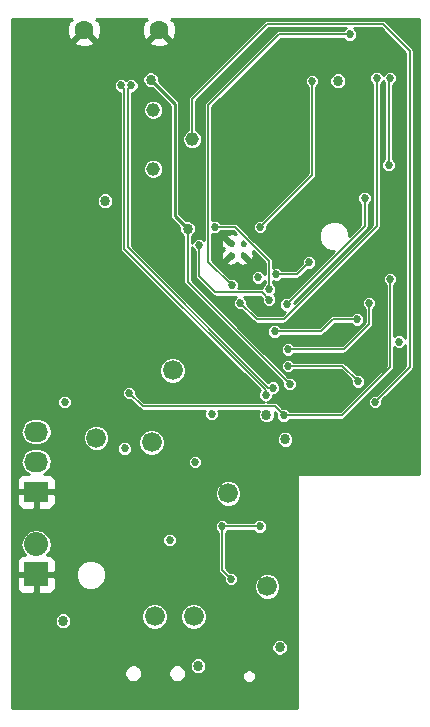
<source format=gbr>
G04 #@! TF.FileFunction,Copper,L4,Bot,Signal*
%FSLAX46Y46*%
G04 Gerber Fmt 4.6, Leading zero omitted, Abs format (unit mm)*
G04 Created by KiCad (PCBNEW 0.201601221447+6507~42~ubuntu15.10.1-product) date Fri 22 Jan 2016 05:48:07 PM EST*
%MOMM*%
G01*
G04 APERTURE LIST*
%ADD10C,0.100000*%
%ADD11R,2.032000X1.727200*%
%ADD12O,2.032000X1.727200*%
%ADD13C,1.680000*%
%ADD14C,1.150000*%
%ADD15C,0.457000*%
%ADD16R,2.032000X2.032000*%
%ADD17O,2.032000X2.032000*%
%ADD18C,1.600000*%
%ADD19C,0.863600*%
%ADD20C,0.685800*%
%ADD21C,0.152400*%
%ADD22C,0.254000*%
G04 APERTURE END LIST*
D10*
D11*
X126746000Y-129921000D03*
D12*
X126746000Y-127381000D03*
X126746000Y-124841000D03*
D13*
X146304000Y-137922000D03*
X131826000Y-125349000D03*
X138303000Y-119634000D03*
X136525000Y-125730000D03*
X136779000Y-140462000D03*
X140081000Y-140462000D03*
X143002000Y-130048000D03*
D14*
X139953000Y-100076000D03*
X136653000Y-102576000D03*
X136653000Y-97576000D03*
D15*
X144283400Y-109892800D03*
X143283400Y-109892800D03*
X144283400Y-108892800D03*
X143283400Y-108892800D03*
D16*
X126746000Y-136906000D03*
D17*
X126746000Y-134366000D03*
D18*
X137160000Y-90797000D03*
X130810000Y-90797000D03*
D19*
X139567000Y-107639200D03*
X136448800Y-95021400D03*
D20*
X148209000Y-120777000D03*
X139319000Y-147447000D03*
X136906000Y-147320000D03*
X146939000Y-147701000D03*
X143637000Y-147701000D03*
X147574000Y-145542000D03*
X129159000Y-111887000D03*
X130810000Y-113919000D03*
X135636000Y-112395000D03*
X129921000Y-125984000D03*
X130429000Y-128143000D03*
X136398000Y-128143000D03*
X143383000Y-119888000D03*
X131064000Y-133604000D03*
X133477000Y-135255000D03*
X146431000Y-114554000D03*
X137160000Y-123698000D03*
X140208000Y-125857000D03*
X144780000Y-126619000D03*
X135763000Y-132842000D03*
X129235200Y-142214600D03*
X142011400Y-102768400D03*
X143967200Y-102717600D03*
D19*
X153898600Y-126822200D03*
X141605000Y-147574000D03*
X128828800Y-100939600D03*
X144678400Y-141884400D03*
X132537200Y-147497800D03*
D20*
X137033000Y-104267000D03*
X141351000Y-136906000D03*
D19*
X155016200Y-91287600D03*
X132588000Y-105283000D03*
X147828000Y-125476000D03*
D20*
X129159000Y-122301000D03*
X134239000Y-126238000D03*
X141605000Y-123317000D03*
X145542000Y-111760000D03*
X140208000Y-127381000D03*
X157454600Y-117195600D03*
D19*
X140462000Y-144653000D03*
X147370800Y-143078200D03*
X152298400Y-95123000D03*
X146253200Y-123393200D03*
X129032000Y-140843000D03*
D20*
X138049000Y-133985000D03*
X145669000Y-132842000D03*
X142494000Y-132842000D03*
X143256000Y-137287000D03*
X134797800Y-95504000D03*
X146786335Y-121101162D03*
X133934200Y-95504000D03*
X146175679Y-121711818D03*
X145694400Y-107492800D03*
X150114000Y-95123000D03*
X143304518Y-112422682D03*
X153289000Y-91186000D03*
X144018000Y-113919000D03*
X155575000Y-94869000D03*
X156591000Y-102235000D03*
X156718000Y-94869000D03*
X147955000Y-114046000D03*
X154559000Y-105029000D03*
X146474272Y-113643272D03*
X140524520Y-109030673D03*
X141884400Y-107492800D03*
X146456400Y-112776000D03*
X156718000Y-111887000D03*
X134620000Y-121539000D03*
X149860000Y-110490000D03*
X147701000Y-123444000D03*
X147066000Y-111506000D03*
X155448000Y-122301000D03*
X148082000Y-119253000D03*
X154003081Y-120570919D03*
X146939000Y-116332000D03*
X153924000Y-115316000D03*
X154940000Y-113919000D03*
X148082000Y-117856000D03*
D21*
X148209000Y-120777000D02*
X139567000Y-112135000D01*
X139567000Y-112135000D02*
X139567000Y-107639200D01*
D22*
X139567000Y-107639200D02*
X138480800Y-106553000D01*
X138480800Y-106553000D02*
X138480800Y-97053400D01*
X138480800Y-97053400D02*
X136880599Y-95453199D01*
X136880599Y-95453199D02*
X136448800Y-95021400D01*
D21*
X136906000Y-147320000D02*
X139192000Y-147320000D01*
X139192000Y-147320000D02*
X139319000Y-147447000D01*
X142494000Y-132842000D02*
X145669000Y-132842000D01*
X142494000Y-132842000D02*
X142494000Y-136525000D01*
X142494000Y-136525000D02*
X143256000Y-137287000D01*
X134531099Y-95770701D02*
X134797800Y-95504000D01*
X146786335Y-121101162D02*
X146409165Y-121101162D01*
X146409165Y-121101162D02*
X134531099Y-109223096D01*
X134531099Y-109223096D02*
X134531099Y-95770701D01*
X146175679Y-121711818D02*
X146175679Y-121334648D01*
X146175679Y-121334648D02*
X134200901Y-109359870D01*
X134200901Y-95770701D02*
X133934200Y-95504000D01*
X134200901Y-109359870D02*
X134200901Y-95770701D01*
X145694400Y-107492800D02*
X150114000Y-103073200D01*
X150114000Y-103073200D02*
X150114000Y-95123000D01*
X141312899Y-97193101D02*
X147320000Y-91186000D01*
X147320000Y-91186000D02*
X153289000Y-91186000D01*
X143304518Y-112422682D02*
X141312899Y-110431063D01*
X141312899Y-110431063D02*
X141312899Y-97193101D01*
X147701000Y-115316000D02*
X145796000Y-115316000D01*
X144018000Y-113919000D02*
X145415000Y-115316000D01*
X145415000Y-115316000D02*
X145796000Y-115316000D01*
X148272501Y-114744499D02*
X147701000Y-115316000D01*
X155575000Y-95353933D02*
X155575000Y-94869000D01*
X148272501Y-114744499D02*
X155575000Y-107442000D01*
X155575000Y-107442000D02*
X155575000Y-95353933D01*
X156591000Y-102235000D02*
X156591000Y-94996000D01*
X156591000Y-94996000D02*
X156718000Y-94869000D01*
X147955000Y-114046000D02*
X154559000Y-107442000D01*
X154559000Y-107442000D02*
X154559000Y-105029000D01*
X145861000Y-113030000D02*
X141921520Y-113030000D01*
X140524520Y-111633000D02*
X140524520Y-109515606D01*
X146474272Y-113643272D02*
X145861000Y-113030000D01*
X141921520Y-113030000D02*
X140524520Y-111633000D01*
X140524520Y-109515606D02*
X140524520Y-109030673D01*
X146456400Y-112776000D02*
X146456400Y-110389290D01*
X143559910Y-107492800D02*
X142369333Y-107492800D01*
X146456400Y-110389290D02*
X143559910Y-107492800D01*
X142369333Y-107492800D02*
X141884400Y-107492800D01*
X156718000Y-119380000D02*
X156718000Y-111887000D01*
X152654000Y-123444000D02*
X156718000Y-119380000D01*
X147701000Y-123444000D02*
X152654000Y-123444000D01*
X146939000Y-122682000D02*
X135763000Y-122682000D01*
X135763000Y-122682000D02*
X134620000Y-121539000D01*
X146939000Y-122682000D02*
X147701000Y-123444000D01*
X147066000Y-111506000D02*
X148844000Y-111506000D01*
X148844000Y-111506000D02*
X149860000Y-110490000D01*
X155448000Y-122301000D02*
X158369000Y-119380000D01*
X158369000Y-119380000D02*
X158369000Y-92583000D01*
X158369000Y-92583000D02*
X156083000Y-90297000D01*
X156083000Y-90297000D02*
X146304000Y-90297000D01*
X146304000Y-90297000D02*
X139954000Y-96647000D01*
X139954000Y-96647000D02*
X139954000Y-99261828D01*
X139954000Y-99261828D02*
X139953000Y-99262828D01*
X139953000Y-99262828D02*
X139953000Y-100076000D01*
X148082000Y-119253000D02*
X152685162Y-119253000D01*
X152685162Y-119253000D02*
X154003081Y-120570919D01*
X150876000Y-116332000D02*
X151892000Y-115316000D01*
X151892000Y-115316000D02*
X153924000Y-115316000D01*
X146939000Y-116332000D02*
X150876000Y-116332000D01*
X154940000Y-115697000D02*
X154940000Y-113919000D01*
X152781000Y-117856000D02*
X154940000Y-115697000D01*
X148082000Y-117856000D02*
X152781000Y-117856000D01*
D22*
G36*
X129802253Y-89968861D02*
X129556136Y-90042995D01*
X129363035Y-90580223D01*
X129390222Y-91150454D01*
X129556136Y-91551005D01*
X129802255Y-91625139D01*
X130630395Y-90797000D01*
X130616252Y-90782858D01*
X130795858Y-90603252D01*
X130810000Y-90617395D01*
X130824142Y-90603252D01*
X131003748Y-90782858D01*
X130989605Y-90797000D01*
X131817745Y-91625139D01*
X132063864Y-91551005D01*
X132256965Y-91013777D01*
X132229778Y-90443546D01*
X132063864Y-90042995D01*
X131817747Y-89968861D01*
X131897208Y-89889400D01*
X136072792Y-89889400D01*
X136152253Y-89968861D01*
X135906136Y-90042995D01*
X135713035Y-90580223D01*
X135740222Y-91150454D01*
X135906136Y-91551005D01*
X136152255Y-91625139D01*
X136980395Y-90797000D01*
X136966252Y-90782858D01*
X137145858Y-90603252D01*
X137160000Y-90617395D01*
X137174142Y-90603252D01*
X137353748Y-90782858D01*
X137339605Y-90797000D01*
X138167745Y-91625139D01*
X138413864Y-91551005D01*
X138606965Y-91013777D01*
X138579778Y-90443546D01*
X138413864Y-90042995D01*
X138167747Y-89968861D01*
X138247208Y-89889400D01*
X159157600Y-89889400D01*
X159157600Y-128397000D01*
X148971000Y-128397000D01*
X148922399Y-128406667D01*
X148881197Y-128434197D01*
X148853667Y-128475399D01*
X148844000Y-128524000D01*
X148844000Y-148235600D01*
X124687400Y-148235600D01*
X124687400Y-145433401D01*
X134221469Y-145433401D01*
X134336078Y-145710775D01*
X134548109Y-145923177D01*
X134825282Y-146038269D01*
X135125401Y-146038531D01*
X135402775Y-145923922D01*
X135615177Y-145711891D01*
X135729154Y-145437401D01*
X137929469Y-145437401D01*
X138044078Y-145714775D01*
X138256109Y-145927177D01*
X138533282Y-146042269D01*
X138833401Y-146042531D01*
X139110775Y-145927922D01*
X139323177Y-145715891D01*
X139347325Y-145657734D01*
X144195499Y-145657734D01*
X144284281Y-145872603D01*
X144448532Y-146037141D01*
X144663246Y-146126298D01*
X144895734Y-146126501D01*
X145110603Y-146037719D01*
X145275141Y-145873468D01*
X145364298Y-145658754D01*
X145364501Y-145426266D01*
X145275719Y-145211397D01*
X145111468Y-145046859D01*
X144896754Y-144957702D01*
X144664266Y-144957499D01*
X144449397Y-145046281D01*
X144284859Y-145210532D01*
X144195702Y-145425246D01*
X144195499Y-145657734D01*
X139347325Y-145657734D01*
X139438269Y-145438718D01*
X139438531Y-145138599D01*
X139323922Y-144861225D01*
X139256661Y-144793846D01*
X139750677Y-144793846D01*
X139858723Y-145055336D01*
X140058612Y-145255574D01*
X140319913Y-145364076D01*
X140602846Y-145364323D01*
X140864336Y-145256277D01*
X141064574Y-145056388D01*
X141173076Y-144795087D01*
X141173323Y-144512154D01*
X141065277Y-144250664D01*
X140865388Y-144050426D01*
X140604087Y-143941924D01*
X140321154Y-143941677D01*
X140059664Y-144049723D01*
X139859426Y-144249612D01*
X139750924Y-144510913D01*
X139750677Y-144793846D01*
X139256661Y-144793846D01*
X139111891Y-144648823D01*
X138834718Y-144533731D01*
X138534599Y-144533469D01*
X138257225Y-144648078D01*
X138044823Y-144860109D01*
X137929731Y-145137282D01*
X137929469Y-145437401D01*
X135729154Y-145437401D01*
X135730269Y-145434718D01*
X135730531Y-145134599D01*
X135615922Y-144857225D01*
X135403891Y-144644823D01*
X135126718Y-144529731D01*
X134826599Y-144529469D01*
X134549225Y-144644078D01*
X134336823Y-144856109D01*
X134221731Y-145133282D01*
X134221469Y-145433401D01*
X124687400Y-145433401D01*
X124687400Y-143219046D01*
X146659477Y-143219046D01*
X146767523Y-143480536D01*
X146967412Y-143680774D01*
X147228713Y-143789276D01*
X147511646Y-143789523D01*
X147773136Y-143681477D01*
X147973374Y-143481588D01*
X148081876Y-143220287D01*
X148082123Y-142937354D01*
X147974077Y-142675864D01*
X147774188Y-142475626D01*
X147512887Y-142367124D01*
X147229954Y-142366877D01*
X146968464Y-142474923D01*
X146768226Y-142674812D01*
X146659724Y-142936113D01*
X146659477Y-143219046D01*
X124687400Y-143219046D01*
X124687400Y-140983846D01*
X128320677Y-140983846D01*
X128428723Y-141245336D01*
X128628612Y-141445574D01*
X128889913Y-141554076D01*
X129172846Y-141554323D01*
X129434336Y-141446277D01*
X129634574Y-141246388D01*
X129743076Y-140985087D01*
X129743323Y-140702154D01*
X129735692Y-140683685D01*
X135659406Y-140683685D01*
X135829466Y-141095261D01*
X136144083Y-141410428D01*
X136555361Y-141581205D01*
X137000685Y-141581594D01*
X137412261Y-141411534D01*
X137727428Y-141096917D01*
X137898205Y-140685639D01*
X137898206Y-140683685D01*
X138961406Y-140683685D01*
X139131466Y-141095261D01*
X139446083Y-141410428D01*
X139857361Y-141581205D01*
X140302685Y-141581594D01*
X140714261Y-141411534D01*
X141029428Y-141096917D01*
X141200205Y-140685639D01*
X141200594Y-140240315D01*
X141030534Y-139828739D01*
X140715917Y-139513572D01*
X140304639Y-139342795D01*
X139859315Y-139342406D01*
X139447739Y-139512466D01*
X139132572Y-139827083D01*
X138961795Y-140238361D01*
X138961406Y-140683685D01*
X137898206Y-140683685D01*
X137898594Y-140240315D01*
X137728534Y-139828739D01*
X137413917Y-139513572D01*
X137002639Y-139342795D01*
X136557315Y-139342406D01*
X136145739Y-139512466D01*
X135830572Y-139827083D01*
X135659795Y-140238361D01*
X135659406Y-140683685D01*
X129735692Y-140683685D01*
X129635277Y-140440664D01*
X129435388Y-140240426D01*
X129174087Y-140131924D01*
X128891154Y-140131677D01*
X128629664Y-140239723D01*
X128429426Y-140439612D01*
X128320924Y-140700913D01*
X128320677Y-140983846D01*
X124687400Y-140983846D01*
X124687400Y-137191750D01*
X125095000Y-137191750D01*
X125095000Y-138048310D01*
X125191673Y-138281699D01*
X125370302Y-138460327D01*
X125603691Y-138557000D01*
X126460250Y-138557000D01*
X126619000Y-138398250D01*
X126619000Y-137033000D01*
X126873000Y-137033000D01*
X126873000Y-138398250D01*
X127031750Y-138557000D01*
X127888309Y-138557000D01*
X128121698Y-138460327D01*
X128300327Y-138281699D01*
X128397000Y-138048310D01*
X128397000Y-137196372D01*
X130096378Y-137196372D01*
X130290745Y-137666775D01*
X130650332Y-138026990D01*
X131120395Y-138222178D01*
X131629372Y-138222622D01*
X131820413Y-138143685D01*
X145184406Y-138143685D01*
X145354466Y-138555261D01*
X145669083Y-138870428D01*
X146080361Y-139041205D01*
X146525685Y-139041594D01*
X146937261Y-138871534D01*
X147252428Y-138556917D01*
X147423205Y-138145639D01*
X147423594Y-137700315D01*
X147253534Y-137288739D01*
X146938917Y-136973572D01*
X146527639Y-136802795D01*
X146082315Y-136802406D01*
X145670739Y-136972466D01*
X145355572Y-137287083D01*
X145184795Y-137698361D01*
X145184406Y-138143685D01*
X131820413Y-138143685D01*
X132099775Y-138028255D01*
X132459990Y-137668668D01*
X132655178Y-137198605D01*
X132655622Y-136689628D01*
X132461255Y-136219225D01*
X132101668Y-135859010D01*
X131631605Y-135663822D01*
X131122628Y-135663378D01*
X130652225Y-135857745D01*
X130292010Y-136217332D01*
X130096822Y-136687395D01*
X130096378Y-137196372D01*
X128397000Y-137196372D01*
X128397000Y-137191750D01*
X128238250Y-137033000D01*
X126873000Y-137033000D01*
X126619000Y-137033000D01*
X125253750Y-137033000D01*
X125095000Y-137191750D01*
X124687400Y-137191750D01*
X124687400Y-135763690D01*
X125095000Y-135763690D01*
X125095000Y-136620250D01*
X125253750Y-136779000D01*
X126619000Y-136779000D01*
X126619000Y-136759000D01*
X126873000Y-136759000D01*
X126873000Y-136779000D01*
X128238250Y-136779000D01*
X128397000Y-136620250D01*
X128397000Y-135763690D01*
X128300327Y-135530301D01*
X128121698Y-135351673D01*
X127888309Y-135255000D01*
X127705396Y-135255000D01*
X127968172Y-134861728D01*
X128066778Y-134366000D01*
X128015507Y-134108240D01*
X137426592Y-134108240D01*
X137521132Y-134337044D01*
X137696035Y-134512253D01*
X137924674Y-134607192D01*
X138172240Y-134607408D01*
X138401044Y-134512868D01*
X138576253Y-134337965D01*
X138671192Y-134109326D01*
X138671408Y-133861760D01*
X138576868Y-133632956D01*
X138401965Y-133457747D01*
X138173326Y-133362808D01*
X137925760Y-133362592D01*
X137696956Y-133457132D01*
X137521747Y-133632035D01*
X137426808Y-133860674D01*
X137426592Y-134108240D01*
X128015507Y-134108240D01*
X127968172Y-133870272D01*
X127687364Y-133450014D01*
X127267106Y-133169206D01*
X126771378Y-133070600D01*
X126720622Y-133070600D01*
X126224894Y-133169206D01*
X125804636Y-133450014D01*
X125523828Y-133870272D01*
X125425222Y-134366000D01*
X125523828Y-134861728D01*
X125786604Y-135255000D01*
X125603691Y-135255000D01*
X125370302Y-135351673D01*
X125191673Y-135530301D01*
X125095000Y-135763690D01*
X124687400Y-135763690D01*
X124687400Y-132965240D01*
X141871592Y-132965240D01*
X141966132Y-133194044D01*
X142138400Y-133366613D01*
X142138400Y-136525000D01*
X142165468Y-136661083D01*
X142242553Y-136776447D01*
X142633804Y-137167698D01*
X142633592Y-137410240D01*
X142728132Y-137639044D01*
X142903035Y-137814253D01*
X143131674Y-137909192D01*
X143379240Y-137909408D01*
X143608044Y-137814868D01*
X143783253Y-137639965D01*
X143878192Y-137411326D01*
X143878408Y-137163760D01*
X143783868Y-136934956D01*
X143608965Y-136759747D01*
X143380326Y-136664808D01*
X143136489Y-136664595D01*
X142849600Y-136377706D01*
X142849600Y-133366318D01*
X143018613Y-133197600D01*
X145144682Y-133197600D01*
X145316035Y-133369253D01*
X145544674Y-133464192D01*
X145792240Y-133464408D01*
X146021044Y-133369868D01*
X146196253Y-133194965D01*
X146291192Y-132966326D01*
X146291408Y-132718760D01*
X146196868Y-132489956D01*
X146021965Y-132314747D01*
X145793326Y-132219808D01*
X145545760Y-132219592D01*
X145316956Y-132314132D01*
X145144387Y-132486400D01*
X143018318Y-132486400D01*
X142846965Y-132314747D01*
X142618326Y-132219808D01*
X142370760Y-132219592D01*
X142141956Y-132314132D01*
X141966747Y-132489035D01*
X141871808Y-132717674D01*
X141871592Y-132965240D01*
X124687400Y-132965240D01*
X124687400Y-130206750D01*
X125095000Y-130206750D01*
X125095000Y-130910910D01*
X125191673Y-131144299D01*
X125370302Y-131322927D01*
X125603691Y-131419600D01*
X126460250Y-131419600D01*
X126619000Y-131260850D01*
X126619000Y-130048000D01*
X126873000Y-130048000D01*
X126873000Y-131260850D01*
X127031750Y-131419600D01*
X127888309Y-131419600D01*
X128121698Y-131322927D01*
X128300327Y-131144299D01*
X128397000Y-130910910D01*
X128397000Y-130269685D01*
X141882406Y-130269685D01*
X142052466Y-130681261D01*
X142367083Y-130996428D01*
X142778361Y-131167205D01*
X143223685Y-131167594D01*
X143635261Y-130997534D01*
X143950428Y-130682917D01*
X144121205Y-130271639D01*
X144121594Y-129826315D01*
X143951534Y-129414739D01*
X143636917Y-129099572D01*
X143225639Y-128928795D01*
X142780315Y-128928406D01*
X142368739Y-129098466D01*
X142053572Y-129413083D01*
X141882795Y-129824361D01*
X141882406Y-130269685D01*
X128397000Y-130269685D01*
X128397000Y-130206750D01*
X128238250Y-130048000D01*
X126873000Y-130048000D01*
X126619000Y-130048000D01*
X125253750Y-130048000D01*
X125095000Y-130206750D01*
X124687400Y-130206750D01*
X124687400Y-128931090D01*
X125095000Y-128931090D01*
X125095000Y-129635250D01*
X125253750Y-129794000D01*
X126619000Y-129794000D01*
X126619000Y-129774000D01*
X126873000Y-129774000D01*
X126873000Y-129794000D01*
X128238250Y-129794000D01*
X128397000Y-129635250D01*
X128397000Y-128931090D01*
X128300327Y-128697701D01*
X128121698Y-128519073D01*
X127888309Y-128422400D01*
X127383026Y-128422400D01*
X127732001Y-128189223D01*
X127979772Y-127818407D01*
X128042263Y-127504240D01*
X139585592Y-127504240D01*
X139680132Y-127733044D01*
X139855035Y-127908253D01*
X140083674Y-128003192D01*
X140331240Y-128003408D01*
X140560044Y-127908868D01*
X140735253Y-127733965D01*
X140830192Y-127505326D01*
X140830408Y-127257760D01*
X140735868Y-127028956D01*
X140560965Y-126853747D01*
X140332326Y-126758808D01*
X140084760Y-126758592D01*
X139855956Y-126853132D01*
X139680747Y-127028035D01*
X139585808Y-127256674D01*
X139585592Y-127504240D01*
X128042263Y-127504240D01*
X128066778Y-127381000D01*
X127979772Y-126943593D01*
X127732001Y-126572777D01*
X127361185Y-126325006D01*
X126923778Y-126238000D01*
X126568222Y-126238000D01*
X126130815Y-126325006D01*
X125759999Y-126572777D01*
X125512228Y-126943593D01*
X125425222Y-127381000D01*
X125512228Y-127818407D01*
X125759999Y-128189223D01*
X126108974Y-128422400D01*
X125603691Y-128422400D01*
X125370302Y-128519073D01*
X125191673Y-128697701D01*
X125095000Y-128931090D01*
X124687400Y-128931090D01*
X124687400Y-124841000D01*
X125425222Y-124841000D01*
X125512228Y-125278407D01*
X125759999Y-125649223D01*
X126130815Y-125896994D01*
X126568222Y-125984000D01*
X126923778Y-125984000D01*
X127361185Y-125896994D01*
X127732001Y-125649223D01*
X127784478Y-125570685D01*
X130706406Y-125570685D01*
X130876466Y-125982261D01*
X131191083Y-126297428D01*
X131602361Y-126468205D01*
X132047685Y-126468594D01*
X132307501Y-126361240D01*
X133616592Y-126361240D01*
X133711132Y-126590044D01*
X133886035Y-126765253D01*
X134114674Y-126860192D01*
X134362240Y-126860408D01*
X134591044Y-126765868D01*
X134766253Y-126590965D01*
X134861192Y-126362326D01*
X134861408Y-126114760D01*
X134794027Y-125951685D01*
X135405406Y-125951685D01*
X135575466Y-126363261D01*
X135890083Y-126678428D01*
X136301361Y-126849205D01*
X136746685Y-126849594D01*
X137158261Y-126679534D01*
X137473428Y-126364917D01*
X137644205Y-125953639D01*
X137644499Y-125616846D01*
X147116677Y-125616846D01*
X147224723Y-125878336D01*
X147424612Y-126078574D01*
X147685913Y-126187076D01*
X147968846Y-126187323D01*
X148230336Y-126079277D01*
X148430574Y-125879388D01*
X148539076Y-125618087D01*
X148539323Y-125335154D01*
X148431277Y-125073664D01*
X148231388Y-124873426D01*
X147970087Y-124764924D01*
X147687154Y-124764677D01*
X147425664Y-124872723D01*
X147225426Y-125072612D01*
X147116924Y-125333913D01*
X147116677Y-125616846D01*
X137644499Y-125616846D01*
X137644594Y-125508315D01*
X137474534Y-125096739D01*
X137159917Y-124781572D01*
X136748639Y-124610795D01*
X136303315Y-124610406D01*
X135891739Y-124780466D01*
X135576572Y-125095083D01*
X135405795Y-125506361D01*
X135405406Y-125951685D01*
X134794027Y-125951685D01*
X134766868Y-125885956D01*
X134591965Y-125710747D01*
X134363326Y-125615808D01*
X134115760Y-125615592D01*
X133886956Y-125710132D01*
X133711747Y-125885035D01*
X133616808Y-126113674D01*
X133616592Y-126361240D01*
X132307501Y-126361240D01*
X132459261Y-126298534D01*
X132774428Y-125983917D01*
X132945205Y-125572639D01*
X132945594Y-125127315D01*
X132775534Y-124715739D01*
X132460917Y-124400572D01*
X132049639Y-124229795D01*
X131604315Y-124229406D01*
X131192739Y-124399466D01*
X130877572Y-124714083D01*
X130706795Y-125125361D01*
X130706406Y-125570685D01*
X127784478Y-125570685D01*
X127979772Y-125278407D01*
X128066778Y-124841000D01*
X127979772Y-124403593D01*
X127732001Y-124032777D01*
X127361185Y-123785006D01*
X126923778Y-123698000D01*
X126568222Y-123698000D01*
X126130815Y-123785006D01*
X125759999Y-124032777D01*
X125512228Y-124403593D01*
X125425222Y-124841000D01*
X124687400Y-124841000D01*
X124687400Y-122424240D01*
X128536592Y-122424240D01*
X128631132Y-122653044D01*
X128806035Y-122828253D01*
X129034674Y-122923192D01*
X129282240Y-122923408D01*
X129511044Y-122828868D01*
X129686253Y-122653965D01*
X129781192Y-122425326D01*
X129781408Y-122177760D01*
X129686868Y-121948956D01*
X129511965Y-121773747D01*
X129283326Y-121678808D01*
X129035760Y-121678592D01*
X128806956Y-121773132D01*
X128631747Y-121948035D01*
X128536808Y-122176674D01*
X128536592Y-122424240D01*
X124687400Y-122424240D01*
X124687400Y-119855685D01*
X137183406Y-119855685D01*
X137353466Y-120267261D01*
X137668083Y-120582428D01*
X138079361Y-120753205D01*
X138524685Y-120753594D01*
X138936261Y-120583534D01*
X139251428Y-120268917D01*
X139422205Y-119857639D01*
X139422594Y-119412315D01*
X139252534Y-119000739D01*
X138937917Y-118685572D01*
X138526639Y-118514795D01*
X138081315Y-118514406D01*
X137669739Y-118684466D01*
X137354572Y-118999083D01*
X137183795Y-119410361D01*
X137183406Y-119855685D01*
X124687400Y-119855685D01*
X124687400Y-105423846D01*
X131876677Y-105423846D01*
X131984723Y-105685336D01*
X132184612Y-105885574D01*
X132445913Y-105994076D01*
X132728846Y-105994323D01*
X132990336Y-105886277D01*
X133190574Y-105686388D01*
X133299076Y-105425087D01*
X133299323Y-105142154D01*
X133191277Y-104880664D01*
X132991388Y-104680426D01*
X132730087Y-104571924D01*
X132447154Y-104571677D01*
X132185664Y-104679723D01*
X131985426Y-104879612D01*
X131876924Y-105140913D01*
X131876677Y-105423846D01*
X124687400Y-105423846D01*
X124687400Y-95627240D01*
X133311792Y-95627240D01*
X133406332Y-95856044D01*
X133581235Y-96031253D01*
X133809874Y-96126192D01*
X133845301Y-96126223D01*
X133845301Y-109359870D01*
X133872369Y-109495953D01*
X133949454Y-109611317D01*
X145672729Y-121334592D01*
X145648426Y-121358853D01*
X145553487Y-121587492D01*
X145553271Y-121835058D01*
X145647811Y-122063862D01*
X145822714Y-122239071D01*
X146033026Y-122326400D01*
X135910294Y-122326400D01*
X135242196Y-121658302D01*
X135242408Y-121415760D01*
X135147868Y-121186956D01*
X134972965Y-121011747D01*
X134744326Y-120916808D01*
X134496760Y-120916592D01*
X134267956Y-121011132D01*
X134092747Y-121186035D01*
X133997808Y-121414674D01*
X133997592Y-121662240D01*
X134092132Y-121891044D01*
X134267035Y-122066253D01*
X134495674Y-122161192D01*
X134739511Y-122161405D01*
X135511553Y-122933447D01*
X135626917Y-123010532D01*
X135763000Y-123037600D01*
X141047200Y-123037600D01*
X140982808Y-123192674D01*
X140982592Y-123440240D01*
X141077132Y-123669044D01*
X141252035Y-123844253D01*
X141480674Y-123939192D01*
X141728240Y-123939408D01*
X141957044Y-123844868D01*
X142132253Y-123669965D01*
X142227192Y-123441326D01*
X142227408Y-123193760D01*
X142162884Y-123037600D01*
X145630783Y-123037600D01*
X145542124Y-123251113D01*
X145541877Y-123534046D01*
X145649923Y-123795536D01*
X145849812Y-123995774D01*
X146111113Y-124104276D01*
X146394046Y-124104523D01*
X146655536Y-123996477D01*
X146855774Y-123796588D01*
X146964276Y-123535287D01*
X146964523Y-123252354D01*
X146934993Y-123180887D01*
X147078804Y-123324698D01*
X147078592Y-123567240D01*
X147173132Y-123796044D01*
X147348035Y-123971253D01*
X147576674Y-124066192D01*
X147824240Y-124066408D01*
X148053044Y-123971868D01*
X148225613Y-123799600D01*
X152654000Y-123799600D01*
X152790083Y-123772532D01*
X152905447Y-123695447D01*
X156969447Y-119631447D01*
X157046532Y-119516083D01*
X157073600Y-119380000D01*
X157073600Y-117694769D01*
X157101635Y-117722853D01*
X157330274Y-117817792D01*
X157577840Y-117818008D01*
X157806644Y-117723468D01*
X157981853Y-117548565D01*
X158013400Y-117472591D01*
X158013400Y-119232706D01*
X155567302Y-121678804D01*
X155324760Y-121678592D01*
X155095956Y-121773132D01*
X154920747Y-121948035D01*
X154825808Y-122176674D01*
X154825592Y-122424240D01*
X154920132Y-122653044D01*
X155095035Y-122828253D01*
X155323674Y-122923192D01*
X155571240Y-122923408D01*
X155800044Y-122828868D01*
X155975253Y-122653965D01*
X156070192Y-122425326D01*
X156070405Y-122181489D01*
X158620447Y-119631447D01*
X158697532Y-119516083D01*
X158724600Y-119380000D01*
X158724600Y-92583000D01*
X158697532Y-92446918D01*
X158697532Y-92446917D01*
X158620447Y-92331553D01*
X156334447Y-90045553D01*
X156219083Y-89968468D01*
X156083000Y-89941400D01*
X146304000Y-89941400D01*
X146167917Y-89968468D01*
X146052553Y-90045553D01*
X139702553Y-96395553D01*
X139625468Y-96510917D01*
X139625468Y-96510918D01*
X139598400Y-96647000D01*
X139598400Y-99257801D01*
X139597400Y-99262828D01*
X139597400Y-99298468D01*
X139469653Y-99351252D01*
X139229097Y-99591389D01*
X139098748Y-99905304D01*
X139098452Y-100245205D01*
X139228252Y-100559347D01*
X139468389Y-100799903D01*
X139782304Y-100930252D01*
X140122205Y-100930548D01*
X140436347Y-100800748D01*
X140676903Y-100560611D01*
X140807252Y-100246696D01*
X140807548Y-99906795D01*
X140677748Y-99592653D01*
X140437611Y-99352097D01*
X140308600Y-99298527D01*
X140308600Y-99266855D01*
X140309600Y-99261828D01*
X140309600Y-96794294D01*
X146451294Y-90652600D01*
X152950344Y-90652600D01*
X152936956Y-90658132D01*
X152764387Y-90830400D01*
X147320000Y-90830400D01*
X147183918Y-90857468D01*
X147068553Y-90934553D01*
X141061452Y-96941654D01*
X140984367Y-97057018D01*
X140984367Y-97057019D01*
X140957299Y-97193101D01*
X140957299Y-108583374D01*
X140877485Y-108503420D01*
X140648846Y-108408481D01*
X140401280Y-108408265D01*
X140172476Y-108502805D01*
X139997267Y-108677708D01*
X139922600Y-108857526D01*
X139922600Y-108261788D01*
X139969336Y-108242477D01*
X140169574Y-108042588D01*
X140278076Y-107781287D01*
X140278323Y-107498354D01*
X140170277Y-107236864D01*
X139970388Y-107036626D01*
X139709087Y-106928124D01*
X139430417Y-106927881D01*
X138887200Y-106384664D01*
X138887200Y-97053400D01*
X138856265Y-96897877D01*
X138768168Y-96766032D01*
X137159881Y-95157745D01*
X137160123Y-94880554D01*
X137052077Y-94619064D01*
X136852188Y-94418826D01*
X136590887Y-94310324D01*
X136307954Y-94310077D01*
X136046464Y-94418123D01*
X135846226Y-94618012D01*
X135737724Y-94879313D01*
X135737477Y-95162246D01*
X135845523Y-95423736D01*
X136045412Y-95623974D01*
X136306713Y-95732476D01*
X136585383Y-95732719D01*
X138074400Y-97221736D01*
X138074400Y-106553000D01*
X138105335Y-106708523D01*
X138193432Y-106840368D01*
X138855919Y-107502855D01*
X138855677Y-107780046D01*
X138963723Y-108041536D01*
X139163612Y-108241774D01*
X139211400Y-108261617D01*
X139211400Y-112135000D01*
X139238468Y-112271083D01*
X139315553Y-112386447D01*
X147586804Y-120657698D01*
X147586592Y-120900240D01*
X147681132Y-121129044D01*
X147856035Y-121304253D01*
X148084674Y-121399192D01*
X148332240Y-121399408D01*
X148561044Y-121304868D01*
X148736253Y-121129965D01*
X148831192Y-120901326D01*
X148831408Y-120653760D01*
X148736868Y-120424956D01*
X148561965Y-120249747D01*
X148333326Y-120154808D01*
X148089489Y-120154595D01*
X147311134Y-119376240D01*
X147459592Y-119376240D01*
X147554132Y-119605044D01*
X147729035Y-119780253D01*
X147957674Y-119875192D01*
X148205240Y-119875408D01*
X148434044Y-119780868D01*
X148606613Y-119608600D01*
X152537868Y-119608600D01*
X153380885Y-120451617D01*
X153380673Y-120694159D01*
X153475213Y-120922963D01*
X153650116Y-121098172D01*
X153878755Y-121193111D01*
X154126321Y-121193327D01*
X154355125Y-121098787D01*
X154530334Y-120923884D01*
X154625273Y-120695245D01*
X154625489Y-120447679D01*
X154530949Y-120218875D01*
X154356046Y-120043666D01*
X154127407Y-119948727D01*
X153883570Y-119948514D01*
X152936609Y-119001553D01*
X152821245Y-118924468D01*
X152685162Y-118897400D01*
X148606318Y-118897400D01*
X148434965Y-118725747D01*
X148206326Y-118630808D01*
X147958760Y-118630592D01*
X147729956Y-118725132D01*
X147554747Y-118900035D01*
X147459808Y-119128674D01*
X147459592Y-119376240D01*
X147311134Y-119376240D01*
X145914134Y-117979240D01*
X147459592Y-117979240D01*
X147554132Y-118208044D01*
X147729035Y-118383253D01*
X147957674Y-118478192D01*
X148205240Y-118478408D01*
X148434044Y-118383868D01*
X148606613Y-118211600D01*
X152781000Y-118211600D01*
X152917083Y-118184532D01*
X153032447Y-118107447D01*
X155191447Y-115948447D01*
X155268532Y-115833083D01*
X155295600Y-115697000D01*
X155295600Y-114443318D01*
X155467253Y-114271965D01*
X155562192Y-114043326D01*
X155562408Y-113795760D01*
X155467868Y-113566956D01*
X155292965Y-113391747D01*
X155064326Y-113296808D01*
X154816760Y-113296592D01*
X154587956Y-113391132D01*
X154412747Y-113566035D01*
X154317808Y-113794674D01*
X154317592Y-114042240D01*
X154412132Y-114271044D01*
X154584400Y-114443613D01*
X154584400Y-115549706D01*
X152633706Y-117500400D01*
X148606318Y-117500400D01*
X148434965Y-117328747D01*
X148206326Y-117233808D01*
X147958760Y-117233592D01*
X147729956Y-117328132D01*
X147554747Y-117503035D01*
X147459808Y-117731674D01*
X147459592Y-117979240D01*
X145914134Y-117979240D01*
X144390134Y-116455240D01*
X146316592Y-116455240D01*
X146411132Y-116684044D01*
X146586035Y-116859253D01*
X146814674Y-116954192D01*
X147062240Y-116954408D01*
X147291044Y-116859868D01*
X147463613Y-116687600D01*
X150876000Y-116687600D01*
X151012083Y-116660532D01*
X151127447Y-116583447D01*
X152039294Y-115671600D01*
X153399682Y-115671600D01*
X153571035Y-115843253D01*
X153799674Y-115938192D01*
X154047240Y-115938408D01*
X154276044Y-115843868D01*
X154451253Y-115668965D01*
X154546192Y-115440326D01*
X154546408Y-115192760D01*
X154451868Y-114963956D01*
X154276965Y-114788747D01*
X154048326Y-114693808D01*
X153800760Y-114693592D01*
X153571956Y-114788132D01*
X153399387Y-114960400D01*
X151892000Y-114960400D01*
X151755917Y-114987468D01*
X151640553Y-115064553D01*
X150728706Y-115976400D01*
X147463318Y-115976400D01*
X147291965Y-115804747D01*
X147063326Y-115709808D01*
X146815760Y-115709592D01*
X146586956Y-115804132D01*
X146411747Y-115979035D01*
X146316808Y-116207674D01*
X146316592Y-116455240D01*
X144390134Y-116455240D01*
X139922600Y-111987706D01*
X139922600Y-109203498D01*
X139996652Y-109382717D01*
X140168920Y-109555286D01*
X140168920Y-111633000D01*
X140195988Y-111769083D01*
X140273073Y-111884447D01*
X141670073Y-113281447D01*
X141785438Y-113358532D01*
X141921520Y-113385600D01*
X143679344Y-113385600D01*
X143665956Y-113391132D01*
X143490747Y-113566035D01*
X143395808Y-113794674D01*
X143395592Y-114042240D01*
X143490132Y-114271044D01*
X143665035Y-114446253D01*
X143893674Y-114541192D01*
X144137511Y-114541405D01*
X145163553Y-115567447D01*
X145278918Y-115644532D01*
X145415000Y-115671600D01*
X147701000Y-115671600D01*
X147837083Y-115644532D01*
X147952447Y-115567447D01*
X148523948Y-114995947D01*
X148523950Y-114995944D01*
X155826447Y-107693447D01*
X155903532Y-107578083D01*
X155930600Y-107442000D01*
X155930600Y-95393318D01*
X156102253Y-95221965D01*
X156146492Y-95115426D01*
X156190132Y-95221044D01*
X156235400Y-95266391D01*
X156235400Y-101710682D01*
X156063747Y-101882035D01*
X155968808Y-102110674D01*
X155968592Y-102358240D01*
X156063132Y-102587044D01*
X156238035Y-102762253D01*
X156466674Y-102857192D01*
X156714240Y-102857408D01*
X156943044Y-102762868D01*
X157118253Y-102587965D01*
X157213192Y-102359326D01*
X157213408Y-102111760D01*
X157118868Y-101882956D01*
X156946600Y-101710387D01*
X156946600Y-95447874D01*
X157070044Y-95396868D01*
X157245253Y-95221965D01*
X157340192Y-94993326D01*
X157340408Y-94745760D01*
X157245868Y-94516956D01*
X157070965Y-94341747D01*
X156842326Y-94246808D01*
X156594760Y-94246592D01*
X156365956Y-94341132D01*
X156190747Y-94516035D01*
X156146508Y-94622574D01*
X156102868Y-94516956D01*
X155927965Y-94341747D01*
X155699326Y-94246808D01*
X155451760Y-94246592D01*
X155222956Y-94341132D01*
X155047747Y-94516035D01*
X154952808Y-94744674D01*
X154952592Y-94992240D01*
X155047132Y-95221044D01*
X155219400Y-95393613D01*
X155219400Y-107294706D01*
X148577396Y-113936710D01*
X148577405Y-113926489D01*
X154810447Y-107693447D01*
X154846694Y-107639200D01*
X154887532Y-107578082D01*
X154914600Y-107442000D01*
X154914600Y-105553318D01*
X155086253Y-105381965D01*
X155181192Y-105153326D01*
X155181408Y-104905760D01*
X155086868Y-104676956D01*
X154911965Y-104501747D01*
X154683326Y-104406808D01*
X154435760Y-104406592D01*
X154206956Y-104501132D01*
X154031747Y-104676035D01*
X153936808Y-104904674D01*
X153936592Y-105152240D01*
X154031132Y-105381044D01*
X154203400Y-105553613D01*
X154203400Y-107294706D01*
X153255410Y-108242696D01*
X153255622Y-107999628D01*
X153061255Y-107529225D01*
X152701668Y-107169010D01*
X152231605Y-106973822D01*
X151722628Y-106973378D01*
X151252225Y-107167745D01*
X150892010Y-107527332D01*
X150696822Y-107997395D01*
X150696378Y-108506372D01*
X150890745Y-108976775D01*
X151250332Y-109336990D01*
X151720395Y-109532178D01*
X151965714Y-109532392D01*
X148074302Y-113423804D01*
X147831760Y-113423592D01*
X147602956Y-113518132D01*
X147427747Y-113693035D01*
X147332808Y-113921674D01*
X147332592Y-114169240D01*
X147427132Y-114398044D01*
X147602035Y-114573253D01*
X147830674Y-114668192D01*
X147845900Y-114668205D01*
X147553706Y-114960400D01*
X145562294Y-114960400D01*
X144640196Y-114038302D01*
X144640408Y-113795760D01*
X144545868Y-113566956D01*
X144370965Y-113391747D01*
X144356161Y-113385600D01*
X145713706Y-113385600D01*
X145852076Y-113523970D01*
X145851864Y-113766512D01*
X145946404Y-113995316D01*
X146121307Y-114170525D01*
X146349946Y-114265464D01*
X146597512Y-114265680D01*
X146826316Y-114171140D01*
X147001525Y-113996237D01*
X147096464Y-113767598D01*
X147096680Y-113520032D01*
X147002140Y-113291228D01*
X146911781Y-113200711D01*
X146983653Y-113128965D01*
X147078592Y-112900326D01*
X147078808Y-112652760D01*
X146984268Y-112423956D01*
X146812000Y-112251387D01*
X146812000Y-112074347D01*
X146941674Y-112128192D01*
X147189240Y-112128408D01*
X147418044Y-112033868D01*
X147590613Y-111861600D01*
X148844000Y-111861600D01*
X148980083Y-111834532D01*
X149095447Y-111757447D01*
X149740698Y-111112196D01*
X149983240Y-111112408D01*
X150212044Y-111017868D01*
X150387253Y-110842965D01*
X150482192Y-110614326D01*
X150482408Y-110366760D01*
X150387868Y-110137956D01*
X150212965Y-109962747D01*
X149984326Y-109867808D01*
X149736760Y-109867592D01*
X149507956Y-109962132D01*
X149332747Y-110137035D01*
X149237808Y-110365674D01*
X149237595Y-110609511D01*
X148696706Y-111150400D01*
X147590318Y-111150400D01*
X147418965Y-110978747D01*
X147190326Y-110883808D01*
X146942760Y-110883592D01*
X146812000Y-110937621D01*
X146812000Y-110389290D01*
X146784932Y-110253208D01*
X146707847Y-110137843D01*
X145067192Y-108497188D01*
X145056804Y-108472109D01*
X145041925Y-108471921D01*
X144704279Y-108134275D01*
X144704091Y-108119396D01*
X144682758Y-108112754D01*
X144186044Y-107616040D01*
X145071992Y-107616040D01*
X145166532Y-107844844D01*
X145341435Y-108020053D01*
X145570074Y-108114992D01*
X145817640Y-108115208D01*
X146046444Y-108020668D01*
X146221653Y-107845765D01*
X146316592Y-107617126D01*
X146316805Y-107373289D01*
X150365447Y-103324647D01*
X150442532Y-103209283D01*
X150469600Y-103073200D01*
X150469600Y-95647318D01*
X150641253Y-95475965D01*
X150729332Y-95263846D01*
X151587077Y-95263846D01*
X151695123Y-95525336D01*
X151895012Y-95725574D01*
X152156313Y-95834076D01*
X152439246Y-95834323D01*
X152700736Y-95726277D01*
X152900974Y-95526388D01*
X153009476Y-95265087D01*
X153009723Y-94982154D01*
X152901677Y-94720664D01*
X152701788Y-94520426D01*
X152440487Y-94411924D01*
X152157554Y-94411677D01*
X151896064Y-94519723D01*
X151695826Y-94719612D01*
X151587324Y-94980913D01*
X151587077Y-95263846D01*
X150729332Y-95263846D01*
X150736192Y-95247326D01*
X150736408Y-94999760D01*
X150641868Y-94770956D01*
X150466965Y-94595747D01*
X150238326Y-94500808D01*
X149990760Y-94500592D01*
X149761956Y-94595132D01*
X149586747Y-94770035D01*
X149491808Y-94998674D01*
X149491592Y-95246240D01*
X149586132Y-95475044D01*
X149758400Y-95647613D01*
X149758400Y-102925906D01*
X145813702Y-106870604D01*
X145571160Y-106870392D01*
X145342356Y-106964932D01*
X145167147Y-107139835D01*
X145072208Y-107368474D01*
X145071992Y-107616040D01*
X144186044Y-107616040D01*
X143811357Y-107241353D01*
X143695993Y-107164268D01*
X143559910Y-107137200D01*
X142408718Y-107137200D01*
X142237365Y-106965547D01*
X142008726Y-106870608D01*
X141761160Y-106870392D01*
X141668499Y-106908679D01*
X141668499Y-97340395D01*
X147467294Y-91541600D01*
X152764682Y-91541600D01*
X152936035Y-91713253D01*
X153164674Y-91808192D01*
X153412240Y-91808408D01*
X153641044Y-91713868D01*
X153816253Y-91538965D01*
X153911192Y-91310326D01*
X153911408Y-91062760D01*
X153816868Y-90833956D01*
X153641965Y-90658747D01*
X153627161Y-90652600D01*
X155935706Y-90652600D01*
X158013400Y-92730294D01*
X158013400Y-116918417D01*
X157982468Y-116843556D01*
X157807565Y-116668347D01*
X157578926Y-116573408D01*
X157331360Y-116573192D01*
X157102556Y-116667732D01*
X157073600Y-116696637D01*
X157073600Y-112411318D01*
X157245253Y-112239965D01*
X157340192Y-112011326D01*
X157340408Y-111763760D01*
X157245868Y-111534956D01*
X157070965Y-111359747D01*
X156842326Y-111264808D01*
X156594760Y-111264592D01*
X156365956Y-111359132D01*
X156190747Y-111534035D01*
X156095808Y-111762674D01*
X156095592Y-112010240D01*
X156190132Y-112239044D01*
X156362400Y-112411613D01*
X156362400Y-119232706D01*
X152506706Y-123088400D01*
X148225318Y-123088400D01*
X148053965Y-122916747D01*
X147825326Y-122821808D01*
X147581489Y-122821595D01*
X147190447Y-122430553D01*
X147075083Y-122353468D01*
X146939000Y-122326400D01*
X146317859Y-122326400D01*
X146527723Y-122239686D01*
X146702932Y-122064783D01*
X146797871Y-121836144D01*
X146797969Y-121723473D01*
X146909575Y-121723570D01*
X147138379Y-121629030D01*
X147313588Y-121454127D01*
X147408527Y-121225488D01*
X147408743Y-120977922D01*
X147314203Y-120749118D01*
X147139300Y-120573909D01*
X146910661Y-120478970D01*
X146663095Y-120478754D01*
X146434291Y-120573294D01*
X146409219Y-120598322D01*
X134886699Y-109075802D01*
X134886699Y-102745205D01*
X135798452Y-102745205D01*
X135928252Y-103059347D01*
X136168389Y-103299903D01*
X136482304Y-103430252D01*
X136822205Y-103430548D01*
X137136347Y-103300748D01*
X137376903Y-103060611D01*
X137507252Y-102746696D01*
X137507548Y-102406795D01*
X137377748Y-102092653D01*
X137137611Y-101852097D01*
X136823696Y-101721748D01*
X136483795Y-101721452D01*
X136169653Y-101851252D01*
X135929097Y-102091389D01*
X135798748Y-102405304D01*
X135798452Y-102745205D01*
X134886699Y-102745205D01*
X134886699Y-97745205D01*
X135798452Y-97745205D01*
X135928252Y-98059347D01*
X136168389Y-98299903D01*
X136482304Y-98430252D01*
X136822205Y-98430548D01*
X137136347Y-98300748D01*
X137376903Y-98060611D01*
X137507252Y-97746696D01*
X137507548Y-97406795D01*
X137377748Y-97092653D01*
X137137611Y-96852097D01*
X136823696Y-96721748D01*
X136483795Y-96721452D01*
X136169653Y-96851252D01*
X135929097Y-97091389D01*
X135798748Y-97405304D01*
X135798452Y-97745205D01*
X134886699Y-97745205D01*
X134886699Y-96126378D01*
X134921040Y-96126408D01*
X135149844Y-96031868D01*
X135325053Y-95856965D01*
X135419992Y-95628326D01*
X135420208Y-95380760D01*
X135325668Y-95151956D01*
X135150765Y-94976747D01*
X134922126Y-94881808D01*
X134674560Y-94881592D01*
X134445756Y-94976132D01*
X134366014Y-95055734D01*
X134287165Y-94976747D01*
X134058526Y-94881808D01*
X133810960Y-94881592D01*
X133582156Y-94976132D01*
X133406947Y-95151035D01*
X133312008Y-95379674D01*
X133311792Y-95627240D01*
X124687400Y-95627240D01*
X124687400Y-91804745D01*
X129981861Y-91804745D01*
X130055995Y-92050864D01*
X130593223Y-92243965D01*
X131163454Y-92216778D01*
X131564005Y-92050864D01*
X131638139Y-91804745D01*
X136331861Y-91804745D01*
X136405995Y-92050864D01*
X136943223Y-92243965D01*
X137513454Y-92216778D01*
X137914005Y-92050864D01*
X137988139Y-91804745D01*
X137160000Y-90976605D01*
X136331861Y-91804745D01*
X131638139Y-91804745D01*
X130810000Y-90976605D01*
X129981861Y-91804745D01*
X124687400Y-91804745D01*
X124687400Y-89889400D01*
X129722792Y-89889400D01*
X129802253Y-89968861D01*
X129802253Y-89968861D01*
G37*
X129802253Y-89968861D02*
X129556136Y-90042995D01*
X129363035Y-90580223D01*
X129390222Y-91150454D01*
X129556136Y-91551005D01*
X129802255Y-91625139D01*
X130630395Y-90797000D01*
X130616252Y-90782858D01*
X130795858Y-90603252D01*
X130810000Y-90617395D01*
X130824142Y-90603252D01*
X131003748Y-90782858D01*
X130989605Y-90797000D01*
X131817745Y-91625139D01*
X132063864Y-91551005D01*
X132256965Y-91013777D01*
X132229778Y-90443546D01*
X132063864Y-90042995D01*
X131817747Y-89968861D01*
X131897208Y-89889400D01*
X136072792Y-89889400D01*
X136152253Y-89968861D01*
X135906136Y-90042995D01*
X135713035Y-90580223D01*
X135740222Y-91150454D01*
X135906136Y-91551005D01*
X136152255Y-91625139D01*
X136980395Y-90797000D01*
X136966252Y-90782858D01*
X137145858Y-90603252D01*
X137160000Y-90617395D01*
X137174142Y-90603252D01*
X137353748Y-90782858D01*
X137339605Y-90797000D01*
X138167745Y-91625139D01*
X138413864Y-91551005D01*
X138606965Y-91013777D01*
X138579778Y-90443546D01*
X138413864Y-90042995D01*
X138167747Y-89968861D01*
X138247208Y-89889400D01*
X159157600Y-89889400D01*
X159157600Y-128397000D01*
X148971000Y-128397000D01*
X148922399Y-128406667D01*
X148881197Y-128434197D01*
X148853667Y-128475399D01*
X148844000Y-128524000D01*
X148844000Y-148235600D01*
X124687400Y-148235600D01*
X124687400Y-145433401D01*
X134221469Y-145433401D01*
X134336078Y-145710775D01*
X134548109Y-145923177D01*
X134825282Y-146038269D01*
X135125401Y-146038531D01*
X135402775Y-145923922D01*
X135615177Y-145711891D01*
X135729154Y-145437401D01*
X137929469Y-145437401D01*
X138044078Y-145714775D01*
X138256109Y-145927177D01*
X138533282Y-146042269D01*
X138833401Y-146042531D01*
X139110775Y-145927922D01*
X139323177Y-145715891D01*
X139347325Y-145657734D01*
X144195499Y-145657734D01*
X144284281Y-145872603D01*
X144448532Y-146037141D01*
X144663246Y-146126298D01*
X144895734Y-146126501D01*
X145110603Y-146037719D01*
X145275141Y-145873468D01*
X145364298Y-145658754D01*
X145364501Y-145426266D01*
X145275719Y-145211397D01*
X145111468Y-145046859D01*
X144896754Y-144957702D01*
X144664266Y-144957499D01*
X144449397Y-145046281D01*
X144284859Y-145210532D01*
X144195702Y-145425246D01*
X144195499Y-145657734D01*
X139347325Y-145657734D01*
X139438269Y-145438718D01*
X139438531Y-145138599D01*
X139323922Y-144861225D01*
X139256661Y-144793846D01*
X139750677Y-144793846D01*
X139858723Y-145055336D01*
X140058612Y-145255574D01*
X140319913Y-145364076D01*
X140602846Y-145364323D01*
X140864336Y-145256277D01*
X141064574Y-145056388D01*
X141173076Y-144795087D01*
X141173323Y-144512154D01*
X141065277Y-144250664D01*
X140865388Y-144050426D01*
X140604087Y-143941924D01*
X140321154Y-143941677D01*
X140059664Y-144049723D01*
X139859426Y-144249612D01*
X139750924Y-144510913D01*
X139750677Y-144793846D01*
X139256661Y-144793846D01*
X139111891Y-144648823D01*
X138834718Y-144533731D01*
X138534599Y-144533469D01*
X138257225Y-144648078D01*
X138044823Y-144860109D01*
X137929731Y-145137282D01*
X137929469Y-145437401D01*
X135729154Y-145437401D01*
X135730269Y-145434718D01*
X135730531Y-145134599D01*
X135615922Y-144857225D01*
X135403891Y-144644823D01*
X135126718Y-144529731D01*
X134826599Y-144529469D01*
X134549225Y-144644078D01*
X134336823Y-144856109D01*
X134221731Y-145133282D01*
X134221469Y-145433401D01*
X124687400Y-145433401D01*
X124687400Y-143219046D01*
X146659477Y-143219046D01*
X146767523Y-143480536D01*
X146967412Y-143680774D01*
X147228713Y-143789276D01*
X147511646Y-143789523D01*
X147773136Y-143681477D01*
X147973374Y-143481588D01*
X148081876Y-143220287D01*
X148082123Y-142937354D01*
X147974077Y-142675864D01*
X147774188Y-142475626D01*
X147512887Y-142367124D01*
X147229954Y-142366877D01*
X146968464Y-142474923D01*
X146768226Y-142674812D01*
X146659724Y-142936113D01*
X146659477Y-143219046D01*
X124687400Y-143219046D01*
X124687400Y-140983846D01*
X128320677Y-140983846D01*
X128428723Y-141245336D01*
X128628612Y-141445574D01*
X128889913Y-141554076D01*
X129172846Y-141554323D01*
X129434336Y-141446277D01*
X129634574Y-141246388D01*
X129743076Y-140985087D01*
X129743323Y-140702154D01*
X129735692Y-140683685D01*
X135659406Y-140683685D01*
X135829466Y-141095261D01*
X136144083Y-141410428D01*
X136555361Y-141581205D01*
X137000685Y-141581594D01*
X137412261Y-141411534D01*
X137727428Y-141096917D01*
X137898205Y-140685639D01*
X137898206Y-140683685D01*
X138961406Y-140683685D01*
X139131466Y-141095261D01*
X139446083Y-141410428D01*
X139857361Y-141581205D01*
X140302685Y-141581594D01*
X140714261Y-141411534D01*
X141029428Y-141096917D01*
X141200205Y-140685639D01*
X141200594Y-140240315D01*
X141030534Y-139828739D01*
X140715917Y-139513572D01*
X140304639Y-139342795D01*
X139859315Y-139342406D01*
X139447739Y-139512466D01*
X139132572Y-139827083D01*
X138961795Y-140238361D01*
X138961406Y-140683685D01*
X137898206Y-140683685D01*
X137898594Y-140240315D01*
X137728534Y-139828739D01*
X137413917Y-139513572D01*
X137002639Y-139342795D01*
X136557315Y-139342406D01*
X136145739Y-139512466D01*
X135830572Y-139827083D01*
X135659795Y-140238361D01*
X135659406Y-140683685D01*
X129735692Y-140683685D01*
X129635277Y-140440664D01*
X129435388Y-140240426D01*
X129174087Y-140131924D01*
X128891154Y-140131677D01*
X128629664Y-140239723D01*
X128429426Y-140439612D01*
X128320924Y-140700913D01*
X128320677Y-140983846D01*
X124687400Y-140983846D01*
X124687400Y-137191750D01*
X125095000Y-137191750D01*
X125095000Y-138048310D01*
X125191673Y-138281699D01*
X125370302Y-138460327D01*
X125603691Y-138557000D01*
X126460250Y-138557000D01*
X126619000Y-138398250D01*
X126619000Y-137033000D01*
X126873000Y-137033000D01*
X126873000Y-138398250D01*
X127031750Y-138557000D01*
X127888309Y-138557000D01*
X128121698Y-138460327D01*
X128300327Y-138281699D01*
X128397000Y-138048310D01*
X128397000Y-137196372D01*
X130096378Y-137196372D01*
X130290745Y-137666775D01*
X130650332Y-138026990D01*
X131120395Y-138222178D01*
X131629372Y-138222622D01*
X131820413Y-138143685D01*
X145184406Y-138143685D01*
X145354466Y-138555261D01*
X145669083Y-138870428D01*
X146080361Y-139041205D01*
X146525685Y-139041594D01*
X146937261Y-138871534D01*
X147252428Y-138556917D01*
X147423205Y-138145639D01*
X147423594Y-137700315D01*
X147253534Y-137288739D01*
X146938917Y-136973572D01*
X146527639Y-136802795D01*
X146082315Y-136802406D01*
X145670739Y-136972466D01*
X145355572Y-137287083D01*
X145184795Y-137698361D01*
X145184406Y-138143685D01*
X131820413Y-138143685D01*
X132099775Y-138028255D01*
X132459990Y-137668668D01*
X132655178Y-137198605D01*
X132655622Y-136689628D01*
X132461255Y-136219225D01*
X132101668Y-135859010D01*
X131631605Y-135663822D01*
X131122628Y-135663378D01*
X130652225Y-135857745D01*
X130292010Y-136217332D01*
X130096822Y-136687395D01*
X130096378Y-137196372D01*
X128397000Y-137196372D01*
X128397000Y-137191750D01*
X128238250Y-137033000D01*
X126873000Y-137033000D01*
X126619000Y-137033000D01*
X125253750Y-137033000D01*
X125095000Y-137191750D01*
X124687400Y-137191750D01*
X124687400Y-135763690D01*
X125095000Y-135763690D01*
X125095000Y-136620250D01*
X125253750Y-136779000D01*
X126619000Y-136779000D01*
X126619000Y-136759000D01*
X126873000Y-136759000D01*
X126873000Y-136779000D01*
X128238250Y-136779000D01*
X128397000Y-136620250D01*
X128397000Y-135763690D01*
X128300327Y-135530301D01*
X128121698Y-135351673D01*
X127888309Y-135255000D01*
X127705396Y-135255000D01*
X127968172Y-134861728D01*
X128066778Y-134366000D01*
X128015507Y-134108240D01*
X137426592Y-134108240D01*
X137521132Y-134337044D01*
X137696035Y-134512253D01*
X137924674Y-134607192D01*
X138172240Y-134607408D01*
X138401044Y-134512868D01*
X138576253Y-134337965D01*
X138671192Y-134109326D01*
X138671408Y-133861760D01*
X138576868Y-133632956D01*
X138401965Y-133457747D01*
X138173326Y-133362808D01*
X137925760Y-133362592D01*
X137696956Y-133457132D01*
X137521747Y-133632035D01*
X137426808Y-133860674D01*
X137426592Y-134108240D01*
X128015507Y-134108240D01*
X127968172Y-133870272D01*
X127687364Y-133450014D01*
X127267106Y-133169206D01*
X126771378Y-133070600D01*
X126720622Y-133070600D01*
X126224894Y-133169206D01*
X125804636Y-133450014D01*
X125523828Y-133870272D01*
X125425222Y-134366000D01*
X125523828Y-134861728D01*
X125786604Y-135255000D01*
X125603691Y-135255000D01*
X125370302Y-135351673D01*
X125191673Y-135530301D01*
X125095000Y-135763690D01*
X124687400Y-135763690D01*
X124687400Y-132965240D01*
X141871592Y-132965240D01*
X141966132Y-133194044D01*
X142138400Y-133366613D01*
X142138400Y-136525000D01*
X142165468Y-136661083D01*
X142242553Y-136776447D01*
X142633804Y-137167698D01*
X142633592Y-137410240D01*
X142728132Y-137639044D01*
X142903035Y-137814253D01*
X143131674Y-137909192D01*
X143379240Y-137909408D01*
X143608044Y-137814868D01*
X143783253Y-137639965D01*
X143878192Y-137411326D01*
X143878408Y-137163760D01*
X143783868Y-136934956D01*
X143608965Y-136759747D01*
X143380326Y-136664808D01*
X143136489Y-136664595D01*
X142849600Y-136377706D01*
X142849600Y-133366318D01*
X143018613Y-133197600D01*
X145144682Y-133197600D01*
X145316035Y-133369253D01*
X145544674Y-133464192D01*
X145792240Y-133464408D01*
X146021044Y-133369868D01*
X146196253Y-133194965D01*
X146291192Y-132966326D01*
X146291408Y-132718760D01*
X146196868Y-132489956D01*
X146021965Y-132314747D01*
X145793326Y-132219808D01*
X145545760Y-132219592D01*
X145316956Y-132314132D01*
X145144387Y-132486400D01*
X143018318Y-132486400D01*
X142846965Y-132314747D01*
X142618326Y-132219808D01*
X142370760Y-132219592D01*
X142141956Y-132314132D01*
X141966747Y-132489035D01*
X141871808Y-132717674D01*
X141871592Y-132965240D01*
X124687400Y-132965240D01*
X124687400Y-130206750D01*
X125095000Y-130206750D01*
X125095000Y-130910910D01*
X125191673Y-131144299D01*
X125370302Y-131322927D01*
X125603691Y-131419600D01*
X126460250Y-131419600D01*
X126619000Y-131260850D01*
X126619000Y-130048000D01*
X126873000Y-130048000D01*
X126873000Y-131260850D01*
X127031750Y-131419600D01*
X127888309Y-131419600D01*
X128121698Y-131322927D01*
X128300327Y-131144299D01*
X128397000Y-130910910D01*
X128397000Y-130269685D01*
X141882406Y-130269685D01*
X142052466Y-130681261D01*
X142367083Y-130996428D01*
X142778361Y-131167205D01*
X143223685Y-131167594D01*
X143635261Y-130997534D01*
X143950428Y-130682917D01*
X144121205Y-130271639D01*
X144121594Y-129826315D01*
X143951534Y-129414739D01*
X143636917Y-129099572D01*
X143225639Y-128928795D01*
X142780315Y-128928406D01*
X142368739Y-129098466D01*
X142053572Y-129413083D01*
X141882795Y-129824361D01*
X141882406Y-130269685D01*
X128397000Y-130269685D01*
X128397000Y-130206750D01*
X128238250Y-130048000D01*
X126873000Y-130048000D01*
X126619000Y-130048000D01*
X125253750Y-130048000D01*
X125095000Y-130206750D01*
X124687400Y-130206750D01*
X124687400Y-128931090D01*
X125095000Y-128931090D01*
X125095000Y-129635250D01*
X125253750Y-129794000D01*
X126619000Y-129794000D01*
X126619000Y-129774000D01*
X126873000Y-129774000D01*
X126873000Y-129794000D01*
X128238250Y-129794000D01*
X128397000Y-129635250D01*
X128397000Y-128931090D01*
X128300327Y-128697701D01*
X128121698Y-128519073D01*
X127888309Y-128422400D01*
X127383026Y-128422400D01*
X127732001Y-128189223D01*
X127979772Y-127818407D01*
X128042263Y-127504240D01*
X139585592Y-127504240D01*
X139680132Y-127733044D01*
X139855035Y-127908253D01*
X140083674Y-128003192D01*
X140331240Y-128003408D01*
X140560044Y-127908868D01*
X140735253Y-127733965D01*
X140830192Y-127505326D01*
X140830408Y-127257760D01*
X140735868Y-127028956D01*
X140560965Y-126853747D01*
X140332326Y-126758808D01*
X140084760Y-126758592D01*
X139855956Y-126853132D01*
X139680747Y-127028035D01*
X139585808Y-127256674D01*
X139585592Y-127504240D01*
X128042263Y-127504240D01*
X128066778Y-127381000D01*
X127979772Y-126943593D01*
X127732001Y-126572777D01*
X127361185Y-126325006D01*
X126923778Y-126238000D01*
X126568222Y-126238000D01*
X126130815Y-126325006D01*
X125759999Y-126572777D01*
X125512228Y-126943593D01*
X125425222Y-127381000D01*
X125512228Y-127818407D01*
X125759999Y-128189223D01*
X126108974Y-128422400D01*
X125603691Y-128422400D01*
X125370302Y-128519073D01*
X125191673Y-128697701D01*
X125095000Y-128931090D01*
X124687400Y-128931090D01*
X124687400Y-124841000D01*
X125425222Y-124841000D01*
X125512228Y-125278407D01*
X125759999Y-125649223D01*
X126130815Y-125896994D01*
X126568222Y-125984000D01*
X126923778Y-125984000D01*
X127361185Y-125896994D01*
X127732001Y-125649223D01*
X127784478Y-125570685D01*
X130706406Y-125570685D01*
X130876466Y-125982261D01*
X131191083Y-126297428D01*
X131602361Y-126468205D01*
X132047685Y-126468594D01*
X132307501Y-126361240D01*
X133616592Y-126361240D01*
X133711132Y-126590044D01*
X133886035Y-126765253D01*
X134114674Y-126860192D01*
X134362240Y-126860408D01*
X134591044Y-126765868D01*
X134766253Y-126590965D01*
X134861192Y-126362326D01*
X134861408Y-126114760D01*
X134794027Y-125951685D01*
X135405406Y-125951685D01*
X135575466Y-126363261D01*
X135890083Y-126678428D01*
X136301361Y-126849205D01*
X136746685Y-126849594D01*
X137158261Y-126679534D01*
X137473428Y-126364917D01*
X137644205Y-125953639D01*
X137644499Y-125616846D01*
X147116677Y-125616846D01*
X147224723Y-125878336D01*
X147424612Y-126078574D01*
X147685913Y-126187076D01*
X147968846Y-126187323D01*
X148230336Y-126079277D01*
X148430574Y-125879388D01*
X148539076Y-125618087D01*
X148539323Y-125335154D01*
X148431277Y-125073664D01*
X148231388Y-124873426D01*
X147970087Y-124764924D01*
X147687154Y-124764677D01*
X147425664Y-124872723D01*
X147225426Y-125072612D01*
X147116924Y-125333913D01*
X147116677Y-125616846D01*
X137644499Y-125616846D01*
X137644594Y-125508315D01*
X137474534Y-125096739D01*
X137159917Y-124781572D01*
X136748639Y-124610795D01*
X136303315Y-124610406D01*
X135891739Y-124780466D01*
X135576572Y-125095083D01*
X135405795Y-125506361D01*
X135405406Y-125951685D01*
X134794027Y-125951685D01*
X134766868Y-125885956D01*
X134591965Y-125710747D01*
X134363326Y-125615808D01*
X134115760Y-125615592D01*
X133886956Y-125710132D01*
X133711747Y-125885035D01*
X133616808Y-126113674D01*
X133616592Y-126361240D01*
X132307501Y-126361240D01*
X132459261Y-126298534D01*
X132774428Y-125983917D01*
X132945205Y-125572639D01*
X132945594Y-125127315D01*
X132775534Y-124715739D01*
X132460917Y-124400572D01*
X132049639Y-124229795D01*
X131604315Y-124229406D01*
X131192739Y-124399466D01*
X130877572Y-124714083D01*
X130706795Y-125125361D01*
X130706406Y-125570685D01*
X127784478Y-125570685D01*
X127979772Y-125278407D01*
X128066778Y-124841000D01*
X127979772Y-124403593D01*
X127732001Y-124032777D01*
X127361185Y-123785006D01*
X126923778Y-123698000D01*
X126568222Y-123698000D01*
X126130815Y-123785006D01*
X125759999Y-124032777D01*
X125512228Y-124403593D01*
X125425222Y-124841000D01*
X124687400Y-124841000D01*
X124687400Y-122424240D01*
X128536592Y-122424240D01*
X128631132Y-122653044D01*
X128806035Y-122828253D01*
X129034674Y-122923192D01*
X129282240Y-122923408D01*
X129511044Y-122828868D01*
X129686253Y-122653965D01*
X129781192Y-122425326D01*
X129781408Y-122177760D01*
X129686868Y-121948956D01*
X129511965Y-121773747D01*
X129283326Y-121678808D01*
X129035760Y-121678592D01*
X128806956Y-121773132D01*
X128631747Y-121948035D01*
X128536808Y-122176674D01*
X128536592Y-122424240D01*
X124687400Y-122424240D01*
X124687400Y-119855685D01*
X137183406Y-119855685D01*
X137353466Y-120267261D01*
X137668083Y-120582428D01*
X138079361Y-120753205D01*
X138524685Y-120753594D01*
X138936261Y-120583534D01*
X139251428Y-120268917D01*
X139422205Y-119857639D01*
X139422594Y-119412315D01*
X139252534Y-119000739D01*
X138937917Y-118685572D01*
X138526639Y-118514795D01*
X138081315Y-118514406D01*
X137669739Y-118684466D01*
X137354572Y-118999083D01*
X137183795Y-119410361D01*
X137183406Y-119855685D01*
X124687400Y-119855685D01*
X124687400Y-105423846D01*
X131876677Y-105423846D01*
X131984723Y-105685336D01*
X132184612Y-105885574D01*
X132445913Y-105994076D01*
X132728846Y-105994323D01*
X132990336Y-105886277D01*
X133190574Y-105686388D01*
X133299076Y-105425087D01*
X133299323Y-105142154D01*
X133191277Y-104880664D01*
X132991388Y-104680426D01*
X132730087Y-104571924D01*
X132447154Y-104571677D01*
X132185664Y-104679723D01*
X131985426Y-104879612D01*
X131876924Y-105140913D01*
X131876677Y-105423846D01*
X124687400Y-105423846D01*
X124687400Y-95627240D01*
X133311792Y-95627240D01*
X133406332Y-95856044D01*
X133581235Y-96031253D01*
X133809874Y-96126192D01*
X133845301Y-96126223D01*
X133845301Y-109359870D01*
X133872369Y-109495953D01*
X133949454Y-109611317D01*
X145672729Y-121334592D01*
X145648426Y-121358853D01*
X145553487Y-121587492D01*
X145553271Y-121835058D01*
X145647811Y-122063862D01*
X145822714Y-122239071D01*
X146033026Y-122326400D01*
X135910294Y-122326400D01*
X135242196Y-121658302D01*
X135242408Y-121415760D01*
X135147868Y-121186956D01*
X134972965Y-121011747D01*
X134744326Y-120916808D01*
X134496760Y-120916592D01*
X134267956Y-121011132D01*
X134092747Y-121186035D01*
X133997808Y-121414674D01*
X133997592Y-121662240D01*
X134092132Y-121891044D01*
X134267035Y-122066253D01*
X134495674Y-122161192D01*
X134739511Y-122161405D01*
X135511553Y-122933447D01*
X135626917Y-123010532D01*
X135763000Y-123037600D01*
X141047200Y-123037600D01*
X140982808Y-123192674D01*
X140982592Y-123440240D01*
X141077132Y-123669044D01*
X141252035Y-123844253D01*
X141480674Y-123939192D01*
X141728240Y-123939408D01*
X141957044Y-123844868D01*
X142132253Y-123669965D01*
X142227192Y-123441326D01*
X142227408Y-123193760D01*
X142162884Y-123037600D01*
X145630783Y-123037600D01*
X145542124Y-123251113D01*
X145541877Y-123534046D01*
X145649923Y-123795536D01*
X145849812Y-123995774D01*
X146111113Y-124104276D01*
X146394046Y-124104523D01*
X146655536Y-123996477D01*
X146855774Y-123796588D01*
X146964276Y-123535287D01*
X146964523Y-123252354D01*
X146934993Y-123180887D01*
X147078804Y-123324698D01*
X147078592Y-123567240D01*
X147173132Y-123796044D01*
X147348035Y-123971253D01*
X147576674Y-124066192D01*
X147824240Y-124066408D01*
X148053044Y-123971868D01*
X148225613Y-123799600D01*
X152654000Y-123799600D01*
X152790083Y-123772532D01*
X152905447Y-123695447D01*
X156969447Y-119631447D01*
X157046532Y-119516083D01*
X157073600Y-119380000D01*
X157073600Y-117694769D01*
X157101635Y-117722853D01*
X157330274Y-117817792D01*
X157577840Y-117818008D01*
X157806644Y-117723468D01*
X157981853Y-117548565D01*
X158013400Y-117472591D01*
X158013400Y-119232706D01*
X155567302Y-121678804D01*
X155324760Y-121678592D01*
X155095956Y-121773132D01*
X154920747Y-121948035D01*
X154825808Y-122176674D01*
X154825592Y-122424240D01*
X154920132Y-122653044D01*
X155095035Y-122828253D01*
X155323674Y-122923192D01*
X155571240Y-122923408D01*
X155800044Y-122828868D01*
X155975253Y-122653965D01*
X156070192Y-122425326D01*
X156070405Y-122181489D01*
X158620447Y-119631447D01*
X158697532Y-119516083D01*
X158724600Y-119380000D01*
X158724600Y-92583000D01*
X158697532Y-92446918D01*
X158697532Y-92446917D01*
X158620447Y-92331553D01*
X156334447Y-90045553D01*
X156219083Y-89968468D01*
X156083000Y-89941400D01*
X146304000Y-89941400D01*
X146167917Y-89968468D01*
X146052553Y-90045553D01*
X139702553Y-96395553D01*
X139625468Y-96510917D01*
X139625468Y-96510918D01*
X139598400Y-96647000D01*
X139598400Y-99257801D01*
X139597400Y-99262828D01*
X139597400Y-99298468D01*
X139469653Y-99351252D01*
X139229097Y-99591389D01*
X139098748Y-99905304D01*
X139098452Y-100245205D01*
X139228252Y-100559347D01*
X139468389Y-100799903D01*
X139782304Y-100930252D01*
X140122205Y-100930548D01*
X140436347Y-100800748D01*
X140676903Y-100560611D01*
X140807252Y-100246696D01*
X140807548Y-99906795D01*
X140677748Y-99592653D01*
X140437611Y-99352097D01*
X140308600Y-99298527D01*
X140308600Y-99266855D01*
X140309600Y-99261828D01*
X140309600Y-96794294D01*
X146451294Y-90652600D01*
X152950344Y-90652600D01*
X152936956Y-90658132D01*
X152764387Y-90830400D01*
X147320000Y-90830400D01*
X147183918Y-90857468D01*
X147068553Y-90934553D01*
X141061452Y-96941654D01*
X140984367Y-97057018D01*
X140984367Y-97057019D01*
X140957299Y-97193101D01*
X140957299Y-108583374D01*
X140877485Y-108503420D01*
X140648846Y-108408481D01*
X140401280Y-108408265D01*
X140172476Y-108502805D01*
X139997267Y-108677708D01*
X139922600Y-108857526D01*
X139922600Y-108261788D01*
X139969336Y-108242477D01*
X140169574Y-108042588D01*
X140278076Y-107781287D01*
X140278323Y-107498354D01*
X140170277Y-107236864D01*
X139970388Y-107036626D01*
X139709087Y-106928124D01*
X139430417Y-106927881D01*
X138887200Y-106384664D01*
X138887200Y-97053400D01*
X138856265Y-96897877D01*
X138768168Y-96766032D01*
X137159881Y-95157745D01*
X137160123Y-94880554D01*
X137052077Y-94619064D01*
X136852188Y-94418826D01*
X136590887Y-94310324D01*
X136307954Y-94310077D01*
X136046464Y-94418123D01*
X135846226Y-94618012D01*
X135737724Y-94879313D01*
X135737477Y-95162246D01*
X135845523Y-95423736D01*
X136045412Y-95623974D01*
X136306713Y-95732476D01*
X136585383Y-95732719D01*
X138074400Y-97221736D01*
X138074400Y-106553000D01*
X138105335Y-106708523D01*
X138193432Y-106840368D01*
X138855919Y-107502855D01*
X138855677Y-107780046D01*
X138963723Y-108041536D01*
X139163612Y-108241774D01*
X139211400Y-108261617D01*
X139211400Y-112135000D01*
X139238468Y-112271083D01*
X139315553Y-112386447D01*
X147586804Y-120657698D01*
X147586592Y-120900240D01*
X147681132Y-121129044D01*
X147856035Y-121304253D01*
X148084674Y-121399192D01*
X148332240Y-121399408D01*
X148561044Y-121304868D01*
X148736253Y-121129965D01*
X148831192Y-120901326D01*
X148831408Y-120653760D01*
X148736868Y-120424956D01*
X148561965Y-120249747D01*
X148333326Y-120154808D01*
X148089489Y-120154595D01*
X147311134Y-119376240D01*
X147459592Y-119376240D01*
X147554132Y-119605044D01*
X147729035Y-119780253D01*
X147957674Y-119875192D01*
X148205240Y-119875408D01*
X148434044Y-119780868D01*
X148606613Y-119608600D01*
X152537868Y-119608600D01*
X153380885Y-120451617D01*
X153380673Y-120694159D01*
X153475213Y-120922963D01*
X153650116Y-121098172D01*
X153878755Y-121193111D01*
X154126321Y-121193327D01*
X154355125Y-121098787D01*
X154530334Y-120923884D01*
X154625273Y-120695245D01*
X154625489Y-120447679D01*
X154530949Y-120218875D01*
X154356046Y-120043666D01*
X154127407Y-119948727D01*
X153883570Y-119948514D01*
X152936609Y-119001553D01*
X152821245Y-118924468D01*
X152685162Y-118897400D01*
X148606318Y-118897400D01*
X148434965Y-118725747D01*
X148206326Y-118630808D01*
X147958760Y-118630592D01*
X147729956Y-118725132D01*
X147554747Y-118900035D01*
X147459808Y-119128674D01*
X147459592Y-119376240D01*
X147311134Y-119376240D01*
X145914134Y-117979240D01*
X147459592Y-117979240D01*
X147554132Y-118208044D01*
X147729035Y-118383253D01*
X147957674Y-118478192D01*
X148205240Y-118478408D01*
X148434044Y-118383868D01*
X148606613Y-118211600D01*
X152781000Y-118211600D01*
X152917083Y-118184532D01*
X153032447Y-118107447D01*
X155191447Y-115948447D01*
X155268532Y-115833083D01*
X155295600Y-115697000D01*
X155295600Y-114443318D01*
X155467253Y-114271965D01*
X155562192Y-114043326D01*
X155562408Y-113795760D01*
X155467868Y-113566956D01*
X155292965Y-113391747D01*
X155064326Y-113296808D01*
X154816760Y-113296592D01*
X154587956Y-113391132D01*
X154412747Y-113566035D01*
X154317808Y-113794674D01*
X154317592Y-114042240D01*
X154412132Y-114271044D01*
X154584400Y-114443613D01*
X154584400Y-115549706D01*
X152633706Y-117500400D01*
X148606318Y-117500400D01*
X148434965Y-117328747D01*
X148206326Y-117233808D01*
X147958760Y-117233592D01*
X147729956Y-117328132D01*
X147554747Y-117503035D01*
X147459808Y-117731674D01*
X147459592Y-117979240D01*
X145914134Y-117979240D01*
X144390134Y-116455240D01*
X146316592Y-116455240D01*
X146411132Y-116684044D01*
X146586035Y-116859253D01*
X146814674Y-116954192D01*
X147062240Y-116954408D01*
X147291044Y-116859868D01*
X147463613Y-116687600D01*
X150876000Y-116687600D01*
X151012083Y-116660532D01*
X151127447Y-116583447D01*
X152039294Y-115671600D01*
X153399682Y-115671600D01*
X153571035Y-115843253D01*
X153799674Y-115938192D01*
X154047240Y-115938408D01*
X154276044Y-115843868D01*
X154451253Y-115668965D01*
X154546192Y-115440326D01*
X154546408Y-115192760D01*
X154451868Y-114963956D01*
X154276965Y-114788747D01*
X154048326Y-114693808D01*
X153800760Y-114693592D01*
X153571956Y-114788132D01*
X153399387Y-114960400D01*
X151892000Y-114960400D01*
X151755917Y-114987468D01*
X151640553Y-115064553D01*
X150728706Y-115976400D01*
X147463318Y-115976400D01*
X147291965Y-115804747D01*
X147063326Y-115709808D01*
X146815760Y-115709592D01*
X146586956Y-115804132D01*
X146411747Y-115979035D01*
X146316808Y-116207674D01*
X146316592Y-116455240D01*
X144390134Y-116455240D01*
X139922600Y-111987706D01*
X139922600Y-109203498D01*
X139996652Y-109382717D01*
X140168920Y-109555286D01*
X140168920Y-111633000D01*
X140195988Y-111769083D01*
X140273073Y-111884447D01*
X141670073Y-113281447D01*
X141785438Y-113358532D01*
X141921520Y-113385600D01*
X143679344Y-113385600D01*
X143665956Y-113391132D01*
X143490747Y-113566035D01*
X143395808Y-113794674D01*
X143395592Y-114042240D01*
X143490132Y-114271044D01*
X143665035Y-114446253D01*
X143893674Y-114541192D01*
X144137511Y-114541405D01*
X145163553Y-115567447D01*
X145278918Y-115644532D01*
X145415000Y-115671600D01*
X147701000Y-115671600D01*
X147837083Y-115644532D01*
X147952447Y-115567447D01*
X148523948Y-114995947D01*
X148523950Y-114995944D01*
X155826447Y-107693447D01*
X155903532Y-107578083D01*
X155930600Y-107442000D01*
X155930600Y-95393318D01*
X156102253Y-95221965D01*
X156146492Y-95115426D01*
X156190132Y-95221044D01*
X156235400Y-95266391D01*
X156235400Y-101710682D01*
X156063747Y-101882035D01*
X155968808Y-102110674D01*
X155968592Y-102358240D01*
X156063132Y-102587044D01*
X156238035Y-102762253D01*
X156466674Y-102857192D01*
X156714240Y-102857408D01*
X156943044Y-102762868D01*
X157118253Y-102587965D01*
X157213192Y-102359326D01*
X157213408Y-102111760D01*
X157118868Y-101882956D01*
X156946600Y-101710387D01*
X156946600Y-95447874D01*
X157070044Y-95396868D01*
X157245253Y-95221965D01*
X157340192Y-94993326D01*
X157340408Y-94745760D01*
X157245868Y-94516956D01*
X157070965Y-94341747D01*
X156842326Y-94246808D01*
X156594760Y-94246592D01*
X156365956Y-94341132D01*
X156190747Y-94516035D01*
X156146508Y-94622574D01*
X156102868Y-94516956D01*
X155927965Y-94341747D01*
X155699326Y-94246808D01*
X155451760Y-94246592D01*
X155222956Y-94341132D01*
X155047747Y-94516035D01*
X154952808Y-94744674D01*
X154952592Y-94992240D01*
X155047132Y-95221044D01*
X155219400Y-95393613D01*
X155219400Y-107294706D01*
X148577396Y-113936710D01*
X148577405Y-113926489D01*
X154810447Y-107693447D01*
X154846694Y-107639200D01*
X154887532Y-107578082D01*
X154914600Y-107442000D01*
X154914600Y-105553318D01*
X155086253Y-105381965D01*
X155181192Y-105153326D01*
X155181408Y-104905760D01*
X155086868Y-104676956D01*
X154911965Y-104501747D01*
X154683326Y-104406808D01*
X154435760Y-104406592D01*
X154206956Y-104501132D01*
X154031747Y-104676035D01*
X153936808Y-104904674D01*
X153936592Y-105152240D01*
X154031132Y-105381044D01*
X154203400Y-105553613D01*
X154203400Y-107294706D01*
X153255410Y-108242696D01*
X153255622Y-107999628D01*
X153061255Y-107529225D01*
X152701668Y-107169010D01*
X152231605Y-106973822D01*
X151722628Y-106973378D01*
X151252225Y-107167745D01*
X150892010Y-107527332D01*
X150696822Y-107997395D01*
X150696378Y-108506372D01*
X150890745Y-108976775D01*
X151250332Y-109336990D01*
X151720395Y-109532178D01*
X151965714Y-109532392D01*
X148074302Y-113423804D01*
X147831760Y-113423592D01*
X147602956Y-113518132D01*
X147427747Y-113693035D01*
X147332808Y-113921674D01*
X147332592Y-114169240D01*
X147427132Y-114398044D01*
X147602035Y-114573253D01*
X147830674Y-114668192D01*
X147845900Y-114668205D01*
X147553706Y-114960400D01*
X145562294Y-114960400D01*
X144640196Y-114038302D01*
X144640408Y-113795760D01*
X144545868Y-113566956D01*
X144370965Y-113391747D01*
X144356161Y-113385600D01*
X145713706Y-113385600D01*
X145852076Y-113523970D01*
X145851864Y-113766512D01*
X145946404Y-113995316D01*
X146121307Y-114170525D01*
X146349946Y-114265464D01*
X146597512Y-114265680D01*
X146826316Y-114171140D01*
X147001525Y-113996237D01*
X147096464Y-113767598D01*
X147096680Y-113520032D01*
X147002140Y-113291228D01*
X146911781Y-113200711D01*
X146983653Y-113128965D01*
X147078592Y-112900326D01*
X147078808Y-112652760D01*
X146984268Y-112423956D01*
X146812000Y-112251387D01*
X146812000Y-112074347D01*
X146941674Y-112128192D01*
X147189240Y-112128408D01*
X147418044Y-112033868D01*
X147590613Y-111861600D01*
X148844000Y-111861600D01*
X148980083Y-111834532D01*
X149095447Y-111757447D01*
X149740698Y-111112196D01*
X149983240Y-111112408D01*
X150212044Y-111017868D01*
X150387253Y-110842965D01*
X150482192Y-110614326D01*
X150482408Y-110366760D01*
X150387868Y-110137956D01*
X150212965Y-109962747D01*
X149984326Y-109867808D01*
X149736760Y-109867592D01*
X149507956Y-109962132D01*
X149332747Y-110137035D01*
X149237808Y-110365674D01*
X149237595Y-110609511D01*
X148696706Y-111150400D01*
X147590318Y-111150400D01*
X147418965Y-110978747D01*
X147190326Y-110883808D01*
X146942760Y-110883592D01*
X146812000Y-110937621D01*
X146812000Y-110389290D01*
X146784932Y-110253208D01*
X146707847Y-110137843D01*
X145067192Y-108497188D01*
X145056804Y-108472109D01*
X145041925Y-108471921D01*
X144704279Y-108134275D01*
X144704091Y-108119396D01*
X144682758Y-108112754D01*
X144186044Y-107616040D01*
X145071992Y-107616040D01*
X145166532Y-107844844D01*
X145341435Y-108020053D01*
X145570074Y-108114992D01*
X145817640Y-108115208D01*
X146046444Y-108020668D01*
X146221653Y-107845765D01*
X146316592Y-107617126D01*
X146316805Y-107373289D01*
X150365447Y-103324647D01*
X150442532Y-103209283D01*
X150469600Y-103073200D01*
X150469600Y-95647318D01*
X150641253Y-95475965D01*
X150729332Y-95263846D01*
X151587077Y-95263846D01*
X151695123Y-95525336D01*
X151895012Y-95725574D01*
X152156313Y-95834076D01*
X152439246Y-95834323D01*
X152700736Y-95726277D01*
X152900974Y-95526388D01*
X153009476Y-95265087D01*
X153009723Y-94982154D01*
X152901677Y-94720664D01*
X152701788Y-94520426D01*
X152440487Y-94411924D01*
X152157554Y-94411677D01*
X151896064Y-94519723D01*
X151695826Y-94719612D01*
X151587324Y-94980913D01*
X151587077Y-95263846D01*
X150729332Y-95263846D01*
X150736192Y-95247326D01*
X150736408Y-94999760D01*
X150641868Y-94770956D01*
X150466965Y-94595747D01*
X150238326Y-94500808D01*
X149990760Y-94500592D01*
X149761956Y-94595132D01*
X149586747Y-94770035D01*
X149491808Y-94998674D01*
X149491592Y-95246240D01*
X149586132Y-95475044D01*
X149758400Y-95647613D01*
X149758400Y-102925906D01*
X145813702Y-106870604D01*
X145571160Y-106870392D01*
X145342356Y-106964932D01*
X145167147Y-107139835D01*
X145072208Y-107368474D01*
X145071992Y-107616040D01*
X144186044Y-107616040D01*
X143811357Y-107241353D01*
X143695993Y-107164268D01*
X143559910Y-107137200D01*
X142408718Y-107137200D01*
X142237365Y-106965547D01*
X142008726Y-106870608D01*
X141761160Y-106870392D01*
X141668499Y-106908679D01*
X141668499Y-97340395D01*
X147467294Y-91541600D01*
X152764682Y-91541600D01*
X152936035Y-91713253D01*
X153164674Y-91808192D01*
X153412240Y-91808408D01*
X153641044Y-91713868D01*
X153816253Y-91538965D01*
X153911192Y-91310326D01*
X153911408Y-91062760D01*
X153816868Y-90833956D01*
X153641965Y-90658747D01*
X153627161Y-90652600D01*
X155935706Y-90652600D01*
X158013400Y-92730294D01*
X158013400Y-116918417D01*
X157982468Y-116843556D01*
X157807565Y-116668347D01*
X157578926Y-116573408D01*
X157331360Y-116573192D01*
X157102556Y-116667732D01*
X157073600Y-116696637D01*
X157073600Y-112411318D01*
X157245253Y-112239965D01*
X157340192Y-112011326D01*
X157340408Y-111763760D01*
X157245868Y-111534956D01*
X157070965Y-111359747D01*
X156842326Y-111264808D01*
X156594760Y-111264592D01*
X156365956Y-111359132D01*
X156190747Y-111534035D01*
X156095808Y-111762674D01*
X156095592Y-112010240D01*
X156190132Y-112239044D01*
X156362400Y-112411613D01*
X156362400Y-119232706D01*
X152506706Y-123088400D01*
X148225318Y-123088400D01*
X148053965Y-122916747D01*
X147825326Y-122821808D01*
X147581489Y-122821595D01*
X147190447Y-122430553D01*
X147075083Y-122353468D01*
X146939000Y-122326400D01*
X146317859Y-122326400D01*
X146527723Y-122239686D01*
X146702932Y-122064783D01*
X146797871Y-121836144D01*
X146797969Y-121723473D01*
X146909575Y-121723570D01*
X147138379Y-121629030D01*
X147313588Y-121454127D01*
X147408527Y-121225488D01*
X147408743Y-120977922D01*
X147314203Y-120749118D01*
X147139300Y-120573909D01*
X146910661Y-120478970D01*
X146663095Y-120478754D01*
X146434291Y-120573294D01*
X146409219Y-120598322D01*
X134886699Y-109075802D01*
X134886699Y-102745205D01*
X135798452Y-102745205D01*
X135928252Y-103059347D01*
X136168389Y-103299903D01*
X136482304Y-103430252D01*
X136822205Y-103430548D01*
X137136347Y-103300748D01*
X137376903Y-103060611D01*
X137507252Y-102746696D01*
X137507548Y-102406795D01*
X137377748Y-102092653D01*
X137137611Y-101852097D01*
X136823696Y-101721748D01*
X136483795Y-101721452D01*
X136169653Y-101851252D01*
X135929097Y-102091389D01*
X135798748Y-102405304D01*
X135798452Y-102745205D01*
X134886699Y-102745205D01*
X134886699Y-97745205D01*
X135798452Y-97745205D01*
X135928252Y-98059347D01*
X136168389Y-98299903D01*
X136482304Y-98430252D01*
X136822205Y-98430548D01*
X137136347Y-98300748D01*
X137376903Y-98060611D01*
X137507252Y-97746696D01*
X137507548Y-97406795D01*
X137377748Y-97092653D01*
X137137611Y-96852097D01*
X136823696Y-96721748D01*
X136483795Y-96721452D01*
X136169653Y-96851252D01*
X135929097Y-97091389D01*
X135798748Y-97405304D01*
X135798452Y-97745205D01*
X134886699Y-97745205D01*
X134886699Y-96126378D01*
X134921040Y-96126408D01*
X135149844Y-96031868D01*
X135325053Y-95856965D01*
X135419992Y-95628326D01*
X135420208Y-95380760D01*
X135325668Y-95151956D01*
X135150765Y-94976747D01*
X134922126Y-94881808D01*
X134674560Y-94881592D01*
X134445756Y-94976132D01*
X134366014Y-95055734D01*
X134287165Y-94976747D01*
X134058526Y-94881808D01*
X133810960Y-94881592D01*
X133582156Y-94976132D01*
X133406947Y-95151035D01*
X133312008Y-95379674D01*
X133311792Y-95627240D01*
X124687400Y-95627240D01*
X124687400Y-91804745D01*
X129981861Y-91804745D01*
X130055995Y-92050864D01*
X130593223Y-92243965D01*
X131163454Y-92216778D01*
X131564005Y-92050864D01*
X131638139Y-91804745D01*
X136331861Y-91804745D01*
X136405995Y-92050864D01*
X136943223Y-92243965D01*
X137513454Y-92216778D01*
X137914005Y-92050864D01*
X137988139Y-91804745D01*
X137160000Y-90976605D01*
X136331861Y-91804745D01*
X131638139Y-91804745D01*
X130810000Y-90976605D01*
X129981861Y-91804745D01*
X124687400Y-91804745D01*
X124687400Y-89889400D01*
X129722792Y-89889400D01*
X129802253Y-89968861D01*
G36*
X143674353Y-108110137D02*
X143376099Y-108017276D01*
X143033994Y-108048447D01*
X142862709Y-108119396D01*
X142860327Y-108308153D01*
X143283400Y-108731226D01*
X143306558Y-108708068D01*
X143408807Y-108810317D01*
X143422583Y-108961507D01*
X143365883Y-109018207D01*
X143214693Y-109031983D01*
X143098668Y-108915958D01*
X143121826Y-108892800D01*
X142698753Y-108469727D01*
X142509996Y-108472109D01*
X142407876Y-108800101D01*
X142439047Y-109142206D01*
X142509996Y-109313491D01*
X142619744Y-109314876D01*
X142572806Y-109361814D01*
X142603792Y-109392800D01*
X142572806Y-109423786D01*
X142619744Y-109470724D01*
X142509996Y-109472109D01*
X142407876Y-109800101D01*
X142439047Y-110142206D01*
X142509996Y-110313491D01*
X142698753Y-110315873D01*
X143121826Y-109892800D01*
X143098668Y-109869642D01*
X143200917Y-109767393D01*
X143352107Y-109753617D01*
X143408807Y-109810317D01*
X143422583Y-109961507D01*
X143306558Y-110077532D01*
X143283400Y-110054374D01*
X142860327Y-110477447D01*
X142862709Y-110666204D01*
X143190701Y-110768324D01*
X143532806Y-110737153D01*
X143704091Y-110666204D01*
X143705476Y-110556456D01*
X143752414Y-110603394D01*
X143783400Y-110572408D01*
X143814386Y-110603394D01*
X143861324Y-110556456D01*
X143862709Y-110666204D01*
X144190701Y-110768324D01*
X144532806Y-110737153D01*
X144704091Y-110666204D01*
X144706473Y-110477447D01*
X144283400Y-110054374D01*
X144260242Y-110077532D01*
X144157993Y-109975283D01*
X144144217Y-109824093D01*
X144200917Y-109767393D01*
X144352107Y-109753617D01*
X144468132Y-109869642D01*
X144444974Y-109892800D01*
X144868047Y-110315873D01*
X145056804Y-110313491D01*
X145158924Y-109985499D01*
X145127753Y-109643394D01*
X145071285Y-109507069D01*
X146100800Y-110536584D01*
X146100800Y-111482817D01*
X146069868Y-111407956D01*
X145894965Y-111232747D01*
X145666326Y-111137808D01*
X145418760Y-111137592D01*
X145189956Y-111232132D01*
X145014747Y-111407035D01*
X144919808Y-111635674D01*
X144919592Y-111883240D01*
X145014132Y-112112044D01*
X145189035Y-112287253D01*
X145417674Y-112382192D01*
X145665240Y-112382408D01*
X145894044Y-112287868D01*
X146069253Y-112112965D01*
X146100800Y-112036991D01*
X146100800Y-112251682D01*
X145929147Y-112423035D01*
X145834208Y-112651674D01*
X145834188Y-112674400D01*
X143873812Y-112674400D01*
X143926710Y-112547008D01*
X143926926Y-112299442D01*
X143832386Y-112070638D01*
X143657483Y-111895429D01*
X143428844Y-111800490D01*
X143185007Y-111800277D01*
X141668499Y-110283769D01*
X141668499Y-108076967D01*
X141760074Y-108114992D01*
X142007640Y-108115208D01*
X142236444Y-108020668D01*
X142409013Y-107848400D01*
X143412616Y-107848400D01*
X143674353Y-108110137D01*
X143674353Y-108110137D01*
G37*
X143674353Y-108110137D02*
X143376099Y-108017276D01*
X143033994Y-108048447D01*
X142862709Y-108119396D01*
X142860327Y-108308153D01*
X143283400Y-108731226D01*
X143306558Y-108708068D01*
X143408807Y-108810317D01*
X143422583Y-108961507D01*
X143365883Y-109018207D01*
X143214693Y-109031983D01*
X143098668Y-108915958D01*
X143121826Y-108892800D01*
X142698753Y-108469727D01*
X142509996Y-108472109D01*
X142407876Y-108800101D01*
X142439047Y-109142206D01*
X142509996Y-109313491D01*
X142619744Y-109314876D01*
X142572806Y-109361814D01*
X142603792Y-109392800D01*
X142572806Y-109423786D01*
X142619744Y-109470724D01*
X142509996Y-109472109D01*
X142407876Y-109800101D01*
X142439047Y-110142206D01*
X142509996Y-110313491D01*
X142698753Y-110315873D01*
X143121826Y-109892800D01*
X143098668Y-109869642D01*
X143200917Y-109767393D01*
X143352107Y-109753617D01*
X143408807Y-109810317D01*
X143422583Y-109961507D01*
X143306558Y-110077532D01*
X143283400Y-110054374D01*
X142860327Y-110477447D01*
X142862709Y-110666204D01*
X143190701Y-110768324D01*
X143532806Y-110737153D01*
X143704091Y-110666204D01*
X143705476Y-110556456D01*
X143752414Y-110603394D01*
X143783400Y-110572408D01*
X143814386Y-110603394D01*
X143861324Y-110556456D01*
X143862709Y-110666204D01*
X144190701Y-110768324D01*
X144532806Y-110737153D01*
X144704091Y-110666204D01*
X144706473Y-110477447D01*
X144283400Y-110054374D01*
X144260242Y-110077532D01*
X144157993Y-109975283D01*
X144144217Y-109824093D01*
X144200917Y-109767393D01*
X144352107Y-109753617D01*
X144468132Y-109869642D01*
X144444974Y-109892800D01*
X144868047Y-110315873D01*
X145056804Y-110313491D01*
X145158924Y-109985499D01*
X145127753Y-109643394D01*
X145071285Y-109507069D01*
X146100800Y-110536584D01*
X146100800Y-111482817D01*
X146069868Y-111407956D01*
X145894965Y-111232747D01*
X145666326Y-111137808D01*
X145418760Y-111137592D01*
X145189956Y-111232132D01*
X145014747Y-111407035D01*
X144919808Y-111635674D01*
X144919592Y-111883240D01*
X145014132Y-112112044D01*
X145189035Y-112287253D01*
X145417674Y-112382192D01*
X145665240Y-112382408D01*
X145894044Y-112287868D01*
X146069253Y-112112965D01*
X146100800Y-112036991D01*
X146100800Y-112251682D01*
X145929147Y-112423035D01*
X145834208Y-112651674D01*
X145834188Y-112674400D01*
X143873812Y-112674400D01*
X143926710Y-112547008D01*
X143926926Y-112299442D01*
X143832386Y-112070638D01*
X143657483Y-111895429D01*
X143428844Y-111800490D01*
X143185007Y-111800277D01*
X141668499Y-110283769D01*
X141668499Y-108076967D01*
X141760074Y-108114992D01*
X142007640Y-108115208D01*
X142236444Y-108020668D01*
X142409013Y-107848400D01*
X143412616Y-107848400D01*
X143674353Y-108110137D01*
G36*
X144283400Y-108731226D02*
X144289421Y-108725205D01*
X144450995Y-108886779D01*
X144444974Y-108892800D01*
X144468132Y-108915958D01*
X144365883Y-109018207D01*
X144214693Y-109031983D01*
X144157993Y-108975283D01*
X144144217Y-108824093D01*
X144260242Y-108708068D01*
X144283400Y-108731226D01*
X144283400Y-108731226D01*
G37*
X144283400Y-108731226D02*
X144289421Y-108725205D01*
X144450995Y-108886779D01*
X144444974Y-108892800D01*
X144468132Y-108915958D01*
X144365883Y-109018207D01*
X144214693Y-109031983D01*
X144157993Y-108975283D01*
X144144217Y-108824093D01*
X144260242Y-108708068D01*
X144283400Y-108731226D01*
M02*

</source>
